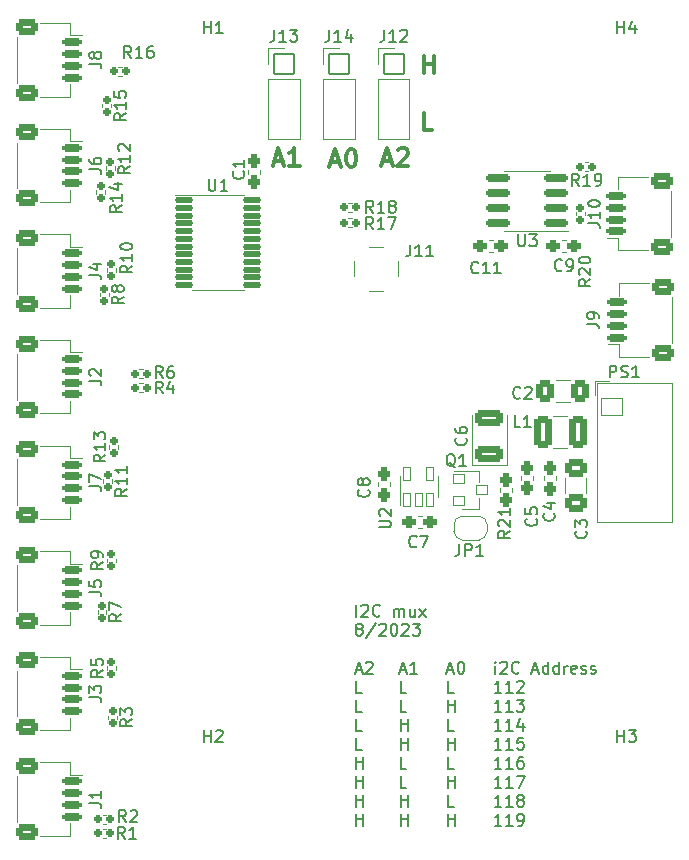
<source format=gbr>
%TF.GenerationSoftware,KiCad,Pcbnew,7.0.9*%
%TF.CreationDate,2024-10-15T17:16:27-06:00*%
%TF.ProjectId,i2c_mux,6932635f-6d75-4782-9e6b-696361645f70,rev?*%
%TF.SameCoordinates,Original*%
%TF.FileFunction,Legend,Top*%
%TF.FilePolarity,Positive*%
%FSLAX46Y46*%
G04 Gerber Fmt 4.6, Leading zero omitted, Abs format (unit mm)*
G04 Created by KiCad (PCBNEW 7.0.9) date 2024-10-15 17:16:27*
%MOMM*%
%LPD*%
G01*
G04 APERTURE LIST*
G04 Aperture macros list*
%AMRoundRect*
0 Rectangle with rounded corners*
0 $1 Rounding radius*
0 $2 $3 $4 $5 $6 $7 $8 $9 X,Y pos of 4 corners*
0 Add a 4 corners polygon primitive as box body*
4,1,4,$2,$3,$4,$5,$6,$7,$8,$9,$2,$3,0*
0 Add four circle primitives for the rounded corners*
1,1,$1+$1,$2,$3*
1,1,$1+$1,$4,$5*
1,1,$1+$1,$6,$7*
1,1,$1+$1,$8,$9*
0 Add four rect primitives between the rounded corners*
20,1,$1+$1,$2,$3,$4,$5,0*
20,1,$1+$1,$4,$5,$6,$7,0*
20,1,$1+$1,$6,$7,$8,$9,0*
20,1,$1+$1,$8,$9,$2,$3,0*%
%AMFreePoly0*
4,1,35,0.536062,0.786062,0.551000,0.750000,0.551000,-0.750000,0.536062,-0.786062,0.500000,-0.801000,0.000000,-0.801000,-0.012285,-0.795911,-0.071157,-0.795911,-0.085525,-0.793845,-0.222076,-0.753750,-0.235281,-0.747720,-0.355003,-0.670779,-0.365973,-0.661273,-0.459170,-0.553718,-0.467018,-0.541506,-0.526137,-0.412052,-0.530227,-0.398124,-0.550481,-0.257258,-0.551000,-0.250000,-0.551000,0.250000,
-0.550481,0.257258,-0.530227,0.398124,-0.526137,0.412052,-0.467018,0.541506,-0.459170,0.553718,-0.365973,0.661273,-0.355003,0.670779,-0.235281,0.747720,-0.222076,0.753750,-0.085525,0.793845,-0.071157,0.795911,-0.012285,0.795911,0.000000,0.801000,0.500000,0.801000,0.536062,0.786062,0.536062,0.786062,$1*%
%AMFreePoly1*
4,1,35,0.012285,0.795911,0.071157,0.795911,0.085525,0.793845,0.222076,0.753750,0.235281,0.747720,0.355003,0.670779,0.365973,0.661273,0.459170,0.553718,0.467018,0.541506,0.526137,0.412052,0.530227,0.398124,0.550481,0.257258,0.551000,0.250000,0.551000,-0.250000,0.550481,-0.257258,0.530227,-0.398124,0.526137,-0.412052,0.467018,-0.541506,0.459170,-0.553718,0.365973,-0.661273,
0.355003,-0.670779,0.235281,-0.747720,0.222076,-0.753750,0.085525,-0.793845,0.071157,-0.795911,0.012285,-0.795911,0.000000,-0.801000,-0.500000,-0.801000,-0.536062,-0.786062,-0.551000,-0.750000,-0.551000,0.750000,-0.536062,0.786062,-0.500000,0.801000,0.000000,0.801000,0.012285,0.795911,0.012285,0.795911,$1*%
G04 Aperture macros list end*
%ADD10C,0.300000*%
%ADD11C,0.150000*%
%ADD12C,0.120000*%
%ADD13RoundRect,0.288500X-0.237500X0.287500X-0.237500X-0.287500X0.237500X-0.287500X0.237500X0.287500X0*%
%ADD14RoundRect,0.201000X-0.625000X0.150000X-0.625000X-0.150000X0.625000X-0.150000X0.625000X0.150000X0*%
%ADD15RoundRect,0.301000X-0.650000X0.350000X-0.650000X-0.350000X0.650000X-0.350000X0.650000X0.350000X0*%
%ADD16RoundRect,0.201000X0.625000X-0.150000X0.625000X0.150000X-0.625000X0.150000X-0.625000X-0.150000X0*%
%ADD17RoundRect,0.301000X0.650000X-0.350000X0.650000X0.350000X-0.650000X0.350000X-0.650000X-0.350000X0*%
%ADD18RoundRect,0.301001X-0.462499X-0.624999X0.462499X-0.624999X0.462499X0.624999X-0.462499X0.624999X0*%
%ADD19RoundRect,0.301001X0.624999X-0.462499X0.624999X0.462499X-0.624999X0.462499X-0.624999X-0.462499X0*%
%ADD20RoundRect,0.301000X0.925000X-0.412500X0.925000X0.412500X-0.925000X0.412500X-0.925000X-0.412500X0*%
%ADD21C,1.342000*%
%ADD22FreePoly0,180.000000*%
%ADD23FreePoly1,180.000000*%
%ADD24RoundRect,0.301001X0.462499X1.074999X-0.462499X1.074999X-0.462499X-1.074999X0.462499X-1.074999X0*%
%ADD25RoundRect,0.051000X-0.900000X0.700000X-0.900000X-0.700000X0.900000X-0.700000X0.900000X0.700000X0*%
%ADD26O,1.902000X1.502000*%
%ADD27RoundRect,0.051000X-0.450000X-0.400000X0.450000X-0.400000X0.450000X0.400000X-0.450000X0.400000X0*%
%ADD28RoundRect,0.288500X0.237500X-0.287500X0.237500X0.287500X-0.237500X0.287500X-0.237500X-0.287500X0*%
%ADD29RoundRect,0.051000X0.325000X-0.530000X0.325000X0.530000X-0.325000X0.530000X-0.325000X-0.530000X0*%
%ADD30RoundRect,0.288500X0.287500X0.237500X-0.287500X0.237500X-0.287500X-0.237500X0.287500X-0.237500X0*%
%ADD31RoundRect,0.288500X-0.287500X-0.237500X0.287500X-0.237500X0.287500X0.237500X-0.287500X0.237500X0*%
%ADD32C,5.702000*%
%ADD33RoundRect,0.186000X-0.135000X-0.185000X0.135000X-0.185000X0.135000X0.185000X-0.135000X0.185000X0*%
%ADD34RoundRect,0.186000X0.135000X0.185000X-0.135000X0.185000X-0.135000X-0.185000X0.135000X-0.185000X0*%
%ADD35RoundRect,0.186000X-0.185000X0.135000X-0.185000X-0.135000X0.185000X-0.135000X0.185000X0.135000X0*%
%ADD36RoundRect,0.186000X0.185000X-0.135000X0.185000X0.135000X-0.185000X0.135000X-0.185000X-0.135000X0*%
%ADD37RoundRect,0.201000X0.825000X0.150000X-0.825000X0.150000X-0.825000X-0.150000X0.825000X-0.150000X0*%
%ADD38RoundRect,0.051000X-0.850000X-0.850000X0.850000X-0.850000X0.850000X0.850000X-0.850000X0.850000X0*%
%ADD39O,1.802000X1.802000*%
%ADD40RoundRect,0.151000X-0.637500X-0.100000X0.637500X-0.100000X0.637500X0.100000X-0.637500X0.100000X0*%
G04 APERTURE END LIST*
D10*
X110183082Y-72472257D02*
X110897368Y-72472257D01*
X110040225Y-72900828D02*
X110540225Y-71400828D01*
X110540225Y-71400828D02*
X111040225Y-72900828D01*
X112325939Y-72900828D02*
X111468796Y-72900828D01*
X111897367Y-72900828D02*
X111897367Y-71400828D01*
X111897367Y-71400828D02*
X111754510Y-71615114D01*
X111754510Y-71615114D02*
X111611653Y-71757971D01*
X111611653Y-71757971D02*
X111468796Y-71829400D01*
X119383082Y-72472257D02*
X120097368Y-72472257D01*
X119240225Y-72900828D02*
X119740225Y-71400828D01*
X119740225Y-71400828D02*
X120240225Y-72900828D01*
X120668796Y-71543685D02*
X120740224Y-71472257D01*
X120740224Y-71472257D02*
X120883082Y-71400828D01*
X120883082Y-71400828D02*
X121240224Y-71400828D01*
X121240224Y-71400828D02*
X121383082Y-71472257D01*
X121383082Y-71472257D02*
X121454510Y-71543685D01*
X121454510Y-71543685D02*
X121525939Y-71686542D01*
X121525939Y-71686542D02*
X121525939Y-71829400D01*
X121525939Y-71829400D02*
X121454510Y-72043685D01*
X121454510Y-72043685D02*
X120597367Y-72900828D01*
X120597367Y-72900828D02*
X121525939Y-72900828D01*
D11*
X117136779Y-111049819D02*
X117136779Y-110049819D01*
X117565350Y-110145057D02*
X117612969Y-110097438D01*
X117612969Y-110097438D02*
X117708207Y-110049819D01*
X117708207Y-110049819D02*
X117946302Y-110049819D01*
X117946302Y-110049819D02*
X118041540Y-110097438D01*
X118041540Y-110097438D02*
X118089159Y-110145057D01*
X118089159Y-110145057D02*
X118136778Y-110240295D01*
X118136778Y-110240295D02*
X118136778Y-110335533D01*
X118136778Y-110335533D02*
X118089159Y-110478390D01*
X118089159Y-110478390D02*
X117517731Y-111049819D01*
X117517731Y-111049819D02*
X118136778Y-111049819D01*
X119136778Y-110954580D02*
X119089159Y-111002200D01*
X119089159Y-111002200D02*
X118946302Y-111049819D01*
X118946302Y-111049819D02*
X118851064Y-111049819D01*
X118851064Y-111049819D02*
X118708207Y-111002200D01*
X118708207Y-111002200D02*
X118612969Y-110906961D01*
X118612969Y-110906961D02*
X118565350Y-110811723D01*
X118565350Y-110811723D02*
X118517731Y-110621247D01*
X118517731Y-110621247D02*
X118517731Y-110478390D01*
X118517731Y-110478390D02*
X118565350Y-110287914D01*
X118565350Y-110287914D02*
X118612969Y-110192676D01*
X118612969Y-110192676D02*
X118708207Y-110097438D01*
X118708207Y-110097438D02*
X118851064Y-110049819D01*
X118851064Y-110049819D02*
X118946302Y-110049819D01*
X118946302Y-110049819D02*
X119089159Y-110097438D01*
X119089159Y-110097438D02*
X119136778Y-110145057D01*
X120327255Y-111049819D02*
X120327255Y-110383152D01*
X120327255Y-110478390D02*
X120374874Y-110430771D01*
X120374874Y-110430771D02*
X120470112Y-110383152D01*
X120470112Y-110383152D02*
X120612969Y-110383152D01*
X120612969Y-110383152D02*
X120708207Y-110430771D01*
X120708207Y-110430771D02*
X120755826Y-110526009D01*
X120755826Y-110526009D02*
X120755826Y-111049819D01*
X120755826Y-110526009D02*
X120803445Y-110430771D01*
X120803445Y-110430771D02*
X120898683Y-110383152D01*
X120898683Y-110383152D02*
X121041540Y-110383152D01*
X121041540Y-110383152D02*
X121136779Y-110430771D01*
X121136779Y-110430771D02*
X121184398Y-110526009D01*
X121184398Y-110526009D02*
X121184398Y-111049819D01*
X122089159Y-110383152D02*
X122089159Y-111049819D01*
X121660588Y-110383152D02*
X121660588Y-110906961D01*
X121660588Y-110906961D02*
X121708207Y-111002200D01*
X121708207Y-111002200D02*
X121803445Y-111049819D01*
X121803445Y-111049819D02*
X121946302Y-111049819D01*
X121946302Y-111049819D02*
X122041540Y-111002200D01*
X122041540Y-111002200D02*
X122089159Y-110954580D01*
X122470112Y-111049819D02*
X122993921Y-110383152D01*
X122470112Y-110383152D02*
X122993921Y-111049819D01*
X117279636Y-112088390D02*
X117184398Y-112040771D01*
X117184398Y-112040771D02*
X117136779Y-111993152D01*
X117136779Y-111993152D02*
X117089160Y-111897914D01*
X117089160Y-111897914D02*
X117089160Y-111850295D01*
X117089160Y-111850295D02*
X117136779Y-111755057D01*
X117136779Y-111755057D02*
X117184398Y-111707438D01*
X117184398Y-111707438D02*
X117279636Y-111659819D01*
X117279636Y-111659819D02*
X117470112Y-111659819D01*
X117470112Y-111659819D02*
X117565350Y-111707438D01*
X117565350Y-111707438D02*
X117612969Y-111755057D01*
X117612969Y-111755057D02*
X117660588Y-111850295D01*
X117660588Y-111850295D02*
X117660588Y-111897914D01*
X117660588Y-111897914D02*
X117612969Y-111993152D01*
X117612969Y-111993152D02*
X117565350Y-112040771D01*
X117565350Y-112040771D02*
X117470112Y-112088390D01*
X117470112Y-112088390D02*
X117279636Y-112088390D01*
X117279636Y-112088390D02*
X117184398Y-112136009D01*
X117184398Y-112136009D02*
X117136779Y-112183628D01*
X117136779Y-112183628D02*
X117089160Y-112278866D01*
X117089160Y-112278866D02*
X117089160Y-112469342D01*
X117089160Y-112469342D02*
X117136779Y-112564580D01*
X117136779Y-112564580D02*
X117184398Y-112612200D01*
X117184398Y-112612200D02*
X117279636Y-112659819D01*
X117279636Y-112659819D02*
X117470112Y-112659819D01*
X117470112Y-112659819D02*
X117565350Y-112612200D01*
X117565350Y-112612200D02*
X117612969Y-112564580D01*
X117612969Y-112564580D02*
X117660588Y-112469342D01*
X117660588Y-112469342D02*
X117660588Y-112278866D01*
X117660588Y-112278866D02*
X117612969Y-112183628D01*
X117612969Y-112183628D02*
X117565350Y-112136009D01*
X117565350Y-112136009D02*
X117470112Y-112088390D01*
X118803445Y-111612200D02*
X117946303Y-112897914D01*
X119089160Y-111755057D02*
X119136779Y-111707438D01*
X119136779Y-111707438D02*
X119232017Y-111659819D01*
X119232017Y-111659819D02*
X119470112Y-111659819D01*
X119470112Y-111659819D02*
X119565350Y-111707438D01*
X119565350Y-111707438D02*
X119612969Y-111755057D01*
X119612969Y-111755057D02*
X119660588Y-111850295D01*
X119660588Y-111850295D02*
X119660588Y-111945533D01*
X119660588Y-111945533D02*
X119612969Y-112088390D01*
X119612969Y-112088390D02*
X119041541Y-112659819D01*
X119041541Y-112659819D02*
X119660588Y-112659819D01*
X120279636Y-111659819D02*
X120374874Y-111659819D01*
X120374874Y-111659819D02*
X120470112Y-111707438D01*
X120470112Y-111707438D02*
X120517731Y-111755057D01*
X120517731Y-111755057D02*
X120565350Y-111850295D01*
X120565350Y-111850295D02*
X120612969Y-112040771D01*
X120612969Y-112040771D02*
X120612969Y-112278866D01*
X120612969Y-112278866D02*
X120565350Y-112469342D01*
X120565350Y-112469342D02*
X120517731Y-112564580D01*
X120517731Y-112564580D02*
X120470112Y-112612200D01*
X120470112Y-112612200D02*
X120374874Y-112659819D01*
X120374874Y-112659819D02*
X120279636Y-112659819D01*
X120279636Y-112659819D02*
X120184398Y-112612200D01*
X120184398Y-112612200D02*
X120136779Y-112564580D01*
X120136779Y-112564580D02*
X120089160Y-112469342D01*
X120089160Y-112469342D02*
X120041541Y-112278866D01*
X120041541Y-112278866D02*
X120041541Y-112040771D01*
X120041541Y-112040771D02*
X120089160Y-111850295D01*
X120089160Y-111850295D02*
X120136779Y-111755057D01*
X120136779Y-111755057D02*
X120184398Y-111707438D01*
X120184398Y-111707438D02*
X120279636Y-111659819D01*
X120993922Y-111755057D02*
X121041541Y-111707438D01*
X121041541Y-111707438D02*
X121136779Y-111659819D01*
X121136779Y-111659819D02*
X121374874Y-111659819D01*
X121374874Y-111659819D02*
X121470112Y-111707438D01*
X121470112Y-111707438D02*
X121517731Y-111755057D01*
X121517731Y-111755057D02*
X121565350Y-111850295D01*
X121565350Y-111850295D02*
X121565350Y-111945533D01*
X121565350Y-111945533D02*
X121517731Y-112088390D01*
X121517731Y-112088390D02*
X120946303Y-112659819D01*
X120946303Y-112659819D02*
X121565350Y-112659819D01*
X121898684Y-111659819D02*
X122517731Y-111659819D01*
X122517731Y-111659819D02*
X122184398Y-112040771D01*
X122184398Y-112040771D02*
X122327255Y-112040771D01*
X122327255Y-112040771D02*
X122422493Y-112088390D01*
X122422493Y-112088390D02*
X122470112Y-112136009D01*
X122470112Y-112136009D02*
X122517731Y-112231247D01*
X122517731Y-112231247D02*
X122517731Y-112469342D01*
X122517731Y-112469342D02*
X122470112Y-112564580D01*
X122470112Y-112564580D02*
X122422493Y-112612200D01*
X122422493Y-112612200D02*
X122327255Y-112659819D01*
X122327255Y-112659819D02*
X122041541Y-112659819D01*
X122041541Y-112659819D02*
X121946303Y-112612200D01*
X121946303Y-112612200D02*
X121898684Y-112564580D01*
X117089160Y-115594104D02*
X117565350Y-115594104D01*
X116993922Y-115879819D02*
X117327255Y-114879819D01*
X117327255Y-114879819D02*
X117660588Y-115879819D01*
X117946303Y-114975057D02*
X117993922Y-114927438D01*
X117993922Y-114927438D02*
X118089160Y-114879819D01*
X118089160Y-114879819D02*
X118327255Y-114879819D01*
X118327255Y-114879819D02*
X118422493Y-114927438D01*
X118422493Y-114927438D02*
X118470112Y-114975057D01*
X118470112Y-114975057D02*
X118517731Y-115070295D01*
X118517731Y-115070295D02*
X118517731Y-115165533D01*
X118517731Y-115165533D02*
X118470112Y-115308390D01*
X118470112Y-115308390D02*
X117898684Y-115879819D01*
X117898684Y-115879819D02*
X118517731Y-115879819D01*
X120851064Y-115594104D02*
X121327254Y-115594104D01*
X120755826Y-115879819D02*
X121089159Y-114879819D01*
X121089159Y-114879819D02*
X121422492Y-115879819D01*
X122279635Y-115879819D02*
X121708207Y-115879819D01*
X121993921Y-115879819D02*
X121993921Y-114879819D01*
X121993921Y-114879819D02*
X121898683Y-115022676D01*
X121898683Y-115022676D02*
X121803445Y-115117914D01*
X121803445Y-115117914D02*
X121708207Y-115165533D01*
X124851064Y-115594104D02*
X125327254Y-115594104D01*
X124755826Y-115879819D02*
X125089159Y-114879819D01*
X125089159Y-114879819D02*
X125422492Y-115879819D01*
X125946302Y-114879819D02*
X126041540Y-114879819D01*
X126041540Y-114879819D02*
X126136778Y-114927438D01*
X126136778Y-114927438D02*
X126184397Y-114975057D01*
X126184397Y-114975057D02*
X126232016Y-115070295D01*
X126232016Y-115070295D02*
X126279635Y-115260771D01*
X126279635Y-115260771D02*
X126279635Y-115498866D01*
X126279635Y-115498866D02*
X126232016Y-115689342D01*
X126232016Y-115689342D02*
X126184397Y-115784580D01*
X126184397Y-115784580D02*
X126136778Y-115832200D01*
X126136778Y-115832200D02*
X126041540Y-115879819D01*
X126041540Y-115879819D02*
X125946302Y-115879819D01*
X125946302Y-115879819D02*
X125851064Y-115832200D01*
X125851064Y-115832200D02*
X125803445Y-115784580D01*
X125803445Y-115784580D02*
X125755826Y-115689342D01*
X125755826Y-115689342D02*
X125708207Y-115498866D01*
X125708207Y-115498866D02*
X125708207Y-115260771D01*
X125708207Y-115260771D02*
X125755826Y-115070295D01*
X125755826Y-115070295D02*
X125803445Y-114975057D01*
X125803445Y-114975057D02*
X125851064Y-114927438D01*
X125851064Y-114927438D02*
X125946302Y-114879819D01*
X128898683Y-115879819D02*
X128898683Y-115213152D01*
X128898683Y-114879819D02*
X128851064Y-114927438D01*
X128851064Y-114927438D02*
X128898683Y-114975057D01*
X128898683Y-114975057D02*
X128946302Y-114927438D01*
X128946302Y-114927438D02*
X128898683Y-114879819D01*
X128898683Y-114879819D02*
X128898683Y-114975057D01*
X129327254Y-114975057D02*
X129374873Y-114927438D01*
X129374873Y-114927438D02*
X129470111Y-114879819D01*
X129470111Y-114879819D02*
X129708206Y-114879819D01*
X129708206Y-114879819D02*
X129803444Y-114927438D01*
X129803444Y-114927438D02*
X129851063Y-114975057D01*
X129851063Y-114975057D02*
X129898682Y-115070295D01*
X129898682Y-115070295D02*
X129898682Y-115165533D01*
X129898682Y-115165533D02*
X129851063Y-115308390D01*
X129851063Y-115308390D02*
X129279635Y-115879819D01*
X129279635Y-115879819D02*
X129898682Y-115879819D01*
X130898682Y-115784580D02*
X130851063Y-115832200D01*
X130851063Y-115832200D02*
X130708206Y-115879819D01*
X130708206Y-115879819D02*
X130612968Y-115879819D01*
X130612968Y-115879819D02*
X130470111Y-115832200D01*
X130470111Y-115832200D02*
X130374873Y-115736961D01*
X130374873Y-115736961D02*
X130327254Y-115641723D01*
X130327254Y-115641723D02*
X130279635Y-115451247D01*
X130279635Y-115451247D02*
X130279635Y-115308390D01*
X130279635Y-115308390D02*
X130327254Y-115117914D01*
X130327254Y-115117914D02*
X130374873Y-115022676D01*
X130374873Y-115022676D02*
X130470111Y-114927438D01*
X130470111Y-114927438D02*
X130612968Y-114879819D01*
X130612968Y-114879819D02*
X130708206Y-114879819D01*
X130708206Y-114879819D02*
X130851063Y-114927438D01*
X130851063Y-114927438D02*
X130898682Y-114975057D01*
X132041540Y-115594104D02*
X132517730Y-115594104D01*
X131946302Y-115879819D02*
X132279635Y-114879819D01*
X132279635Y-114879819D02*
X132612968Y-115879819D01*
X133374873Y-115879819D02*
X133374873Y-114879819D01*
X133374873Y-115832200D02*
X133279635Y-115879819D01*
X133279635Y-115879819D02*
X133089159Y-115879819D01*
X133089159Y-115879819D02*
X132993921Y-115832200D01*
X132993921Y-115832200D02*
X132946302Y-115784580D01*
X132946302Y-115784580D02*
X132898683Y-115689342D01*
X132898683Y-115689342D02*
X132898683Y-115403628D01*
X132898683Y-115403628D02*
X132946302Y-115308390D01*
X132946302Y-115308390D02*
X132993921Y-115260771D01*
X132993921Y-115260771D02*
X133089159Y-115213152D01*
X133089159Y-115213152D02*
X133279635Y-115213152D01*
X133279635Y-115213152D02*
X133374873Y-115260771D01*
X134279635Y-115879819D02*
X134279635Y-114879819D01*
X134279635Y-115832200D02*
X134184397Y-115879819D01*
X134184397Y-115879819D02*
X133993921Y-115879819D01*
X133993921Y-115879819D02*
X133898683Y-115832200D01*
X133898683Y-115832200D02*
X133851064Y-115784580D01*
X133851064Y-115784580D02*
X133803445Y-115689342D01*
X133803445Y-115689342D02*
X133803445Y-115403628D01*
X133803445Y-115403628D02*
X133851064Y-115308390D01*
X133851064Y-115308390D02*
X133898683Y-115260771D01*
X133898683Y-115260771D02*
X133993921Y-115213152D01*
X133993921Y-115213152D02*
X134184397Y-115213152D01*
X134184397Y-115213152D02*
X134279635Y-115260771D01*
X134755826Y-115879819D02*
X134755826Y-115213152D01*
X134755826Y-115403628D02*
X134803445Y-115308390D01*
X134803445Y-115308390D02*
X134851064Y-115260771D01*
X134851064Y-115260771D02*
X134946302Y-115213152D01*
X134946302Y-115213152D02*
X135041540Y-115213152D01*
X135755826Y-115832200D02*
X135660588Y-115879819D01*
X135660588Y-115879819D02*
X135470112Y-115879819D01*
X135470112Y-115879819D02*
X135374874Y-115832200D01*
X135374874Y-115832200D02*
X135327255Y-115736961D01*
X135327255Y-115736961D02*
X135327255Y-115356009D01*
X135327255Y-115356009D02*
X135374874Y-115260771D01*
X135374874Y-115260771D02*
X135470112Y-115213152D01*
X135470112Y-115213152D02*
X135660588Y-115213152D01*
X135660588Y-115213152D02*
X135755826Y-115260771D01*
X135755826Y-115260771D02*
X135803445Y-115356009D01*
X135803445Y-115356009D02*
X135803445Y-115451247D01*
X135803445Y-115451247D02*
X135327255Y-115546485D01*
X136184398Y-115832200D02*
X136279636Y-115879819D01*
X136279636Y-115879819D02*
X136470112Y-115879819D01*
X136470112Y-115879819D02*
X136565350Y-115832200D01*
X136565350Y-115832200D02*
X136612969Y-115736961D01*
X136612969Y-115736961D02*
X136612969Y-115689342D01*
X136612969Y-115689342D02*
X136565350Y-115594104D01*
X136565350Y-115594104D02*
X136470112Y-115546485D01*
X136470112Y-115546485D02*
X136327255Y-115546485D01*
X136327255Y-115546485D02*
X136232017Y-115498866D01*
X136232017Y-115498866D02*
X136184398Y-115403628D01*
X136184398Y-115403628D02*
X136184398Y-115356009D01*
X136184398Y-115356009D02*
X136232017Y-115260771D01*
X136232017Y-115260771D02*
X136327255Y-115213152D01*
X136327255Y-115213152D02*
X136470112Y-115213152D01*
X136470112Y-115213152D02*
X136565350Y-115260771D01*
X136993922Y-115832200D02*
X137089160Y-115879819D01*
X137089160Y-115879819D02*
X137279636Y-115879819D01*
X137279636Y-115879819D02*
X137374874Y-115832200D01*
X137374874Y-115832200D02*
X137422493Y-115736961D01*
X137422493Y-115736961D02*
X137422493Y-115689342D01*
X137422493Y-115689342D02*
X137374874Y-115594104D01*
X137374874Y-115594104D02*
X137279636Y-115546485D01*
X137279636Y-115546485D02*
X137136779Y-115546485D01*
X137136779Y-115546485D02*
X137041541Y-115498866D01*
X137041541Y-115498866D02*
X136993922Y-115403628D01*
X136993922Y-115403628D02*
X136993922Y-115356009D01*
X136993922Y-115356009D02*
X137041541Y-115260771D01*
X137041541Y-115260771D02*
X137136779Y-115213152D01*
X137136779Y-115213152D02*
X137279636Y-115213152D01*
X137279636Y-115213152D02*
X137374874Y-115260771D01*
X117612969Y-117489819D02*
X117136779Y-117489819D01*
X117136779Y-117489819D02*
X117136779Y-116489819D01*
X121374873Y-117489819D02*
X120898683Y-117489819D01*
X120898683Y-117489819D02*
X120898683Y-116489819D01*
X125374873Y-117489819D02*
X124898683Y-117489819D01*
X124898683Y-117489819D02*
X124898683Y-116489819D01*
X129422492Y-117489819D02*
X128851064Y-117489819D01*
X129136778Y-117489819D02*
X129136778Y-116489819D01*
X129136778Y-116489819D02*
X129041540Y-116632676D01*
X129041540Y-116632676D02*
X128946302Y-116727914D01*
X128946302Y-116727914D02*
X128851064Y-116775533D01*
X130374873Y-117489819D02*
X129803445Y-117489819D01*
X130089159Y-117489819D02*
X130089159Y-116489819D01*
X130089159Y-116489819D02*
X129993921Y-116632676D01*
X129993921Y-116632676D02*
X129898683Y-116727914D01*
X129898683Y-116727914D02*
X129803445Y-116775533D01*
X130755826Y-116585057D02*
X130803445Y-116537438D01*
X130803445Y-116537438D02*
X130898683Y-116489819D01*
X130898683Y-116489819D02*
X131136778Y-116489819D01*
X131136778Y-116489819D02*
X131232016Y-116537438D01*
X131232016Y-116537438D02*
X131279635Y-116585057D01*
X131279635Y-116585057D02*
X131327254Y-116680295D01*
X131327254Y-116680295D02*
X131327254Y-116775533D01*
X131327254Y-116775533D02*
X131279635Y-116918390D01*
X131279635Y-116918390D02*
X130708207Y-117489819D01*
X130708207Y-117489819D02*
X131327254Y-117489819D01*
X117612969Y-119099819D02*
X117136779Y-119099819D01*
X117136779Y-119099819D02*
X117136779Y-118099819D01*
X121374873Y-119099819D02*
X120898683Y-119099819D01*
X120898683Y-119099819D02*
X120898683Y-118099819D01*
X124898683Y-119099819D02*
X124898683Y-118099819D01*
X124898683Y-118576009D02*
X125470111Y-118576009D01*
X125470111Y-119099819D02*
X125470111Y-118099819D01*
X129422492Y-119099819D02*
X128851064Y-119099819D01*
X129136778Y-119099819D02*
X129136778Y-118099819D01*
X129136778Y-118099819D02*
X129041540Y-118242676D01*
X129041540Y-118242676D02*
X128946302Y-118337914D01*
X128946302Y-118337914D02*
X128851064Y-118385533D01*
X130374873Y-119099819D02*
X129803445Y-119099819D01*
X130089159Y-119099819D02*
X130089159Y-118099819D01*
X130089159Y-118099819D02*
X129993921Y-118242676D01*
X129993921Y-118242676D02*
X129898683Y-118337914D01*
X129898683Y-118337914D02*
X129803445Y-118385533D01*
X130708207Y-118099819D02*
X131327254Y-118099819D01*
X131327254Y-118099819D02*
X130993921Y-118480771D01*
X130993921Y-118480771D02*
X131136778Y-118480771D01*
X131136778Y-118480771D02*
X131232016Y-118528390D01*
X131232016Y-118528390D02*
X131279635Y-118576009D01*
X131279635Y-118576009D02*
X131327254Y-118671247D01*
X131327254Y-118671247D02*
X131327254Y-118909342D01*
X131327254Y-118909342D02*
X131279635Y-119004580D01*
X131279635Y-119004580D02*
X131232016Y-119052200D01*
X131232016Y-119052200D02*
X131136778Y-119099819D01*
X131136778Y-119099819D02*
X130851064Y-119099819D01*
X130851064Y-119099819D02*
X130755826Y-119052200D01*
X130755826Y-119052200D02*
X130708207Y-119004580D01*
X117612969Y-120709819D02*
X117136779Y-120709819D01*
X117136779Y-120709819D02*
X117136779Y-119709819D01*
X120898683Y-120709819D02*
X120898683Y-119709819D01*
X120898683Y-120186009D02*
X121470111Y-120186009D01*
X121470111Y-120709819D02*
X121470111Y-119709819D01*
X125374873Y-120709819D02*
X124898683Y-120709819D01*
X124898683Y-120709819D02*
X124898683Y-119709819D01*
X129422492Y-120709819D02*
X128851064Y-120709819D01*
X129136778Y-120709819D02*
X129136778Y-119709819D01*
X129136778Y-119709819D02*
X129041540Y-119852676D01*
X129041540Y-119852676D02*
X128946302Y-119947914D01*
X128946302Y-119947914D02*
X128851064Y-119995533D01*
X130374873Y-120709819D02*
X129803445Y-120709819D01*
X130089159Y-120709819D02*
X130089159Y-119709819D01*
X130089159Y-119709819D02*
X129993921Y-119852676D01*
X129993921Y-119852676D02*
X129898683Y-119947914D01*
X129898683Y-119947914D02*
X129803445Y-119995533D01*
X131232016Y-120043152D02*
X131232016Y-120709819D01*
X130993921Y-119662200D02*
X130755826Y-120376485D01*
X130755826Y-120376485D02*
X131374873Y-120376485D01*
X117612969Y-122319819D02*
X117136779Y-122319819D01*
X117136779Y-122319819D02*
X117136779Y-121319819D01*
X120898683Y-122319819D02*
X120898683Y-121319819D01*
X120898683Y-121796009D02*
X121470111Y-121796009D01*
X121470111Y-122319819D02*
X121470111Y-121319819D01*
X124898683Y-122319819D02*
X124898683Y-121319819D01*
X124898683Y-121796009D02*
X125470111Y-121796009D01*
X125470111Y-122319819D02*
X125470111Y-121319819D01*
X129422492Y-122319819D02*
X128851064Y-122319819D01*
X129136778Y-122319819D02*
X129136778Y-121319819D01*
X129136778Y-121319819D02*
X129041540Y-121462676D01*
X129041540Y-121462676D02*
X128946302Y-121557914D01*
X128946302Y-121557914D02*
X128851064Y-121605533D01*
X130374873Y-122319819D02*
X129803445Y-122319819D01*
X130089159Y-122319819D02*
X130089159Y-121319819D01*
X130089159Y-121319819D02*
X129993921Y-121462676D01*
X129993921Y-121462676D02*
X129898683Y-121557914D01*
X129898683Y-121557914D02*
X129803445Y-121605533D01*
X131279635Y-121319819D02*
X130803445Y-121319819D01*
X130803445Y-121319819D02*
X130755826Y-121796009D01*
X130755826Y-121796009D02*
X130803445Y-121748390D01*
X130803445Y-121748390D02*
X130898683Y-121700771D01*
X130898683Y-121700771D02*
X131136778Y-121700771D01*
X131136778Y-121700771D02*
X131232016Y-121748390D01*
X131232016Y-121748390D02*
X131279635Y-121796009D01*
X131279635Y-121796009D02*
X131327254Y-121891247D01*
X131327254Y-121891247D02*
X131327254Y-122129342D01*
X131327254Y-122129342D02*
X131279635Y-122224580D01*
X131279635Y-122224580D02*
X131232016Y-122272200D01*
X131232016Y-122272200D02*
X131136778Y-122319819D01*
X131136778Y-122319819D02*
X130898683Y-122319819D01*
X130898683Y-122319819D02*
X130803445Y-122272200D01*
X130803445Y-122272200D02*
X130755826Y-122224580D01*
X117136779Y-123929819D02*
X117136779Y-122929819D01*
X117136779Y-123406009D02*
X117708207Y-123406009D01*
X117708207Y-123929819D02*
X117708207Y-122929819D01*
X121374873Y-123929819D02*
X120898683Y-123929819D01*
X120898683Y-123929819D02*
X120898683Y-122929819D01*
X125374873Y-123929819D02*
X124898683Y-123929819D01*
X124898683Y-123929819D02*
X124898683Y-122929819D01*
X129422492Y-123929819D02*
X128851064Y-123929819D01*
X129136778Y-123929819D02*
X129136778Y-122929819D01*
X129136778Y-122929819D02*
X129041540Y-123072676D01*
X129041540Y-123072676D02*
X128946302Y-123167914D01*
X128946302Y-123167914D02*
X128851064Y-123215533D01*
X130374873Y-123929819D02*
X129803445Y-123929819D01*
X130089159Y-123929819D02*
X130089159Y-122929819D01*
X130089159Y-122929819D02*
X129993921Y-123072676D01*
X129993921Y-123072676D02*
X129898683Y-123167914D01*
X129898683Y-123167914D02*
X129803445Y-123215533D01*
X131232016Y-122929819D02*
X131041540Y-122929819D01*
X131041540Y-122929819D02*
X130946302Y-122977438D01*
X130946302Y-122977438D02*
X130898683Y-123025057D01*
X130898683Y-123025057D02*
X130803445Y-123167914D01*
X130803445Y-123167914D02*
X130755826Y-123358390D01*
X130755826Y-123358390D02*
X130755826Y-123739342D01*
X130755826Y-123739342D02*
X130803445Y-123834580D01*
X130803445Y-123834580D02*
X130851064Y-123882200D01*
X130851064Y-123882200D02*
X130946302Y-123929819D01*
X130946302Y-123929819D02*
X131136778Y-123929819D01*
X131136778Y-123929819D02*
X131232016Y-123882200D01*
X131232016Y-123882200D02*
X131279635Y-123834580D01*
X131279635Y-123834580D02*
X131327254Y-123739342D01*
X131327254Y-123739342D02*
X131327254Y-123501247D01*
X131327254Y-123501247D02*
X131279635Y-123406009D01*
X131279635Y-123406009D02*
X131232016Y-123358390D01*
X131232016Y-123358390D02*
X131136778Y-123310771D01*
X131136778Y-123310771D02*
X130946302Y-123310771D01*
X130946302Y-123310771D02*
X130851064Y-123358390D01*
X130851064Y-123358390D02*
X130803445Y-123406009D01*
X130803445Y-123406009D02*
X130755826Y-123501247D01*
X117136779Y-125539819D02*
X117136779Y-124539819D01*
X117136779Y-125016009D02*
X117708207Y-125016009D01*
X117708207Y-125539819D02*
X117708207Y-124539819D01*
X121374873Y-125539819D02*
X120898683Y-125539819D01*
X120898683Y-125539819D02*
X120898683Y-124539819D01*
X124898683Y-125539819D02*
X124898683Y-124539819D01*
X124898683Y-125016009D02*
X125470111Y-125016009D01*
X125470111Y-125539819D02*
X125470111Y-124539819D01*
X129422492Y-125539819D02*
X128851064Y-125539819D01*
X129136778Y-125539819D02*
X129136778Y-124539819D01*
X129136778Y-124539819D02*
X129041540Y-124682676D01*
X129041540Y-124682676D02*
X128946302Y-124777914D01*
X128946302Y-124777914D02*
X128851064Y-124825533D01*
X130374873Y-125539819D02*
X129803445Y-125539819D01*
X130089159Y-125539819D02*
X130089159Y-124539819D01*
X130089159Y-124539819D02*
X129993921Y-124682676D01*
X129993921Y-124682676D02*
X129898683Y-124777914D01*
X129898683Y-124777914D02*
X129803445Y-124825533D01*
X130708207Y-124539819D02*
X131374873Y-124539819D01*
X131374873Y-124539819D02*
X130946302Y-125539819D01*
X117136779Y-127149819D02*
X117136779Y-126149819D01*
X117136779Y-126626009D02*
X117708207Y-126626009D01*
X117708207Y-127149819D02*
X117708207Y-126149819D01*
X120898683Y-127149819D02*
X120898683Y-126149819D01*
X120898683Y-126626009D02*
X121470111Y-126626009D01*
X121470111Y-127149819D02*
X121470111Y-126149819D01*
X125374873Y-127149819D02*
X124898683Y-127149819D01*
X124898683Y-127149819D02*
X124898683Y-126149819D01*
X129422492Y-127149819D02*
X128851064Y-127149819D01*
X129136778Y-127149819D02*
X129136778Y-126149819D01*
X129136778Y-126149819D02*
X129041540Y-126292676D01*
X129041540Y-126292676D02*
X128946302Y-126387914D01*
X128946302Y-126387914D02*
X128851064Y-126435533D01*
X130374873Y-127149819D02*
X129803445Y-127149819D01*
X130089159Y-127149819D02*
X130089159Y-126149819D01*
X130089159Y-126149819D02*
X129993921Y-126292676D01*
X129993921Y-126292676D02*
X129898683Y-126387914D01*
X129898683Y-126387914D02*
X129803445Y-126435533D01*
X130946302Y-126578390D02*
X130851064Y-126530771D01*
X130851064Y-126530771D02*
X130803445Y-126483152D01*
X130803445Y-126483152D02*
X130755826Y-126387914D01*
X130755826Y-126387914D02*
X130755826Y-126340295D01*
X130755826Y-126340295D02*
X130803445Y-126245057D01*
X130803445Y-126245057D02*
X130851064Y-126197438D01*
X130851064Y-126197438D02*
X130946302Y-126149819D01*
X130946302Y-126149819D02*
X131136778Y-126149819D01*
X131136778Y-126149819D02*
X131232016Y-126197438D01*
X131232016Y-126197438D02*
X131279635Y-126245057D01*
X131279635Y-126245057D02*
X131327254Y-126340295D01*
X131327254Y-126340295D02*
X131327254Y-126387914D01*
X131327254Y-126387914D02*
X131279635Y-126483152D01*
X131279635Y-126483152D02*
X131232016Y-126530771D01*
X131232016Y-126530771D02*
X131136778Y-126578390D01*
X131136778Y-126578390D02*
X130946302Y-126578390D01*
X130946302Y-126578390D02*
X130851064Y-126626009D01*
X130851064Y-126626009D02*
X130803445Y-126673628D01*
X130803445Y-126673628D02*
X130755826Y-126768866D01*
X130755826Y-126768866D02*
X130755826Y-126959342D01*
X130755826Y-126959342D02*
X130803445Y-127054580D01*
X130803445Y-127054580D02*
X130851064Y-127102200D01*
X130851064Y-127102200D02*
X130946302Y-127149819D01*
X130946302Y-127149819D02*
X131136778Y-127149819D01*
X131136778Y-127149819D02*
X131232016Y-127102200D01*
X131232016Y-127102200D02*
X131279635Y-127054580D01*
X131279635Y-127054580D02*
X131327254Y-126959342D01*
X131327254Y-126959342D02*
X131327254Y-126768866D01*
X131327254Y-126768866D02*
X131279635Y-126673628D01*
X131279635Y-126673628D02*
X131232016Y-126626009D01*
X131232016Y-126626009D02*
X131136778Y-126578390D01*
X117136779Y-128759819D02*
X117136779Y-127759819D01*
X117136779Y-128236009D02*
X117708207Y-128236009D01*
X117708207Y-128759819D02*
X117708207Y-127759819D01*
X120898683Y-128759819D02*
X120898683Y-127759819D01*
X120898683Y-128236009D02*
X121470111Y-128236009D01*
X121470111Y-128759819D02*
X121470111Y-127759819D01*
X124898683Y-128759819D02*
X124898683Y-127759819D01*
X124898683Y-128236009D02*
X125470111Y-128236009D01*
X125470111Y-128759819D02*
X125470111Y-127759819D01*
X129422492Y-128759819D02*
X128851064Y-128759819D01*
X129136778Y-128759819D02*
X129136778Y-127759819D01*
X129136778Y-127759819D02*
X129041540Y-127902676D01*
X129041540Y-127902676D02*
X128946302Y-127997914D01*
X128946302Y-127997914D02*
X128851064Y-128045533D01*
X130374873Y-128759819D02*
X129803445Y-128759819D01*
X130089159Y-128759819D02*
X130089159Y-127759819D01*
X130089159Y-127759819D02*
X129993921Y-127902676D01*
X129993921Y-127902676D02*
X129898683Y-127997914D01*
X129898683Y-127997914D02*
X129803445Y-128045533D01*
X130851064Y-128759819D02*
X131041540Y-128759819D01*
X131041540Y-128759819D02*
X131136778Y-128712200D01*
X131136778Y-128712200D02*
X131184397Y-128664580D01*
X131184397Y-128664580D02*
X131279635Y-128521723D01*
X131279635Y-128521723D02*
X131327254Y-128331247D01*
X131327254Y-128331247D02*
X131327254Y-127950295D01*
X131327254Y-127950295D02*
X131279635Y-127855057D01*
X131279635Y-127855057D02*
X131232016Y-127807438D01*
X131232016Y-127807438D02*
X131136778Y-127759819D01*
X131136778Y-127759819D02*
X130946302Y-127759819D01*
X130946302Y-127759819D02*
X130851064Y-127807438D01*
X130851064Y-127807438D02*
X130803445Y-127855057D01*
X130803445Y-127855057D02*
X130755826Y-127950295D01*
X130755826Y-127950295D02*
X130755826Y-128188390D01*
X130755826Y-128188390D02*
X130803445Y-128283628D01*
X130803445Y-128283628D02*
X130851064Y-128331247D01*
X130851064Y-128331247D02*
X130946302Y-128378866D01*
X130946302Y-128378866D02*
X131136778Y-128378866D01*
X131136778Y-128378866D02*
X131232016Y-128331247D01*
X131232016Y-128331247D02*
X131279635Y-128283628D01*
X131279635Y-128283628D02*
X131327254Y-128188390D01*
D10*
X114983082Y-72572257D02*
X115697368Y-72572257D01*
X114840225Y-73000828D02*
X115340225Y-71500828D01*
X115340225Y-71500828D02*
X115840225Y-73000828D01*
X116625939Y-71500828D02*
X116768796Y-71500828D01*
X116768796Y-71500828D02*
X116911653Y-71572257D01*
X116911653Y-71572257D02*
X116983082Y-71643685D01*
X116983082Y-71643685D02*
X117054510Y-71786542D01*
X117054510Y-71786542D02*
X117125939Y-72072257D01*
X117125939Y-72072257D02*
X117125939Y-72429400D01*
X117125939Y-72429400D02*
X117054510Y-72715114D01*
X117054510Y-72715114D02*
X116983082Y-72857971D01*
X116983082Y-72857971D02*
X116911653Y-72929400D01*
X116911653Y-72929400D02*
X116768796Y-73000828D01*
X116768796Y-73000828D02*
X116625939Y-73000828D01*
X116625939Y-73000828D02*
X116483082Y-72929400D01*
X116483082Y-72929400D02*
X116411653Y-72857971D01*
X116411653Y-72857971D02*
X116340224Y-72715114D01*
X116340224Y-72715114D02*
X116268796Y-72429400D01*
X116268796Y-72429400D02*
X116268796Y-72072257D01*
X116268796Y-72072257D02*
X116340224Y-71786542D01*
X116340224Y-71786542D02*
X116411653Y-71643685D01*
X116411653Y-71643685D02*
X116483082Y-71572257D01*
X116483082Y-71572257D02*
X116625939Y-71500828D01*
X122854510Y-65070828D02*
X122854510Y-63570828D01*
X122854510Y-64285114D02*
X123711653Y-64285114D01*
X123711653Y-65070828D02*
X123711653Y-63570828D01*
X123568796Y-69900828D02*
X122854510Y-69900828D01*
X122854510Y-69900828D02*
X122854510Y-68400828D01*
D11*
X107559580Y-73366666D02*
X107607200Y-73414285D01*
X107607200Y-73414285D02*
X107654819Y-73557142D01*
X107654819Y-73557142D02*
X107654819Y-73652380D01*
X107654819Y-73652380D02*
X107607200Y-73795237D01*
X107607200Y-73795237D02*
X107511961Y-73890475D01*
X107511961Y-73890475D02*
X107416723Y-73938094D01*
X107416723Y-73938094D02*
X107226247Y-73985713D01*
X107226247Y-73985713D02*
X107083390Y-73985713D01*
X107083390Y-73985713D02*
X106892914Y-73938094D01*
X106892914Y-73938094D02*
X106797676Y-73890475D01*
X106797676Y-73890475D02*
X106702438Y-73795237D01*
X106702438Y-73795237D02*
X106654819Y-73652380D01*
X106654819Y-73652380D02*
X106654819Y-73557142D01*
X106654819Y-73557142D02*
X106702438Y-73414285D01*
X106702438Y-73414285D02*
X106750057Y-73366666D01*
X107654819Y-72414285D02*
X107654819Y-72985713D01*
X107654819Y-72699999D02*
X106654819Y-72699999D01*
X106654819Y-72699999D02*
X106797676Y-72795237D01*
X106797676Y-72795237D02*
X106892914Y-72890475D01*
X106892914Y-72890475D02*
X106940533Y-72985713D01*
X94534819Y-91076190D02*
X95249104Y-91076190D01*
X95249104Y-91076190D02*
X95391961Y-91123809D01*
X95391961Y-91123809D02*
X95487200Y-91219047D01*
X95487200Y-91219047D02*
X95534819Y-91361904D01*
X95534819Y-91361904D02*
X95534819Y-91457142D01*
X94630057Y-90647618D02*
X94582438Y-90599999D01*
X94582438Y-90599999D02*
X94534819Y-90504761D01*
X94534819Y-90504761D02*
X94534819Y-90266666D01*
X94534819Y-90266666D02*
X94582438Y-90171428D01*
X94582438Y-90171428D02*
X94630057Y-90123809D01*
X94630057Y-90123809D02*
X94725295Y-90076190D01*
X94725295Y-90076190D02*
X94820533Y-90076190D01*
X94820533Y-90076190D02*
X94963390Y-90123809D01*
X94963390Y-90123809D02*
X95534819Y-90695237D01*
X95534819Y-90695237D02*
X95534819Y-90076190D01*
X94534819Y-82133333D02*
X95249104Y-82133333D01*
X95249104Y-82133333D02*
X95391961Y-82180952D01*
X95391961Y-82180952D02*
X95487200Y-82276190D01*
X95487200Y-82276190D02*
X95534819Y-82419047D01*
X95534819Y-82419047D02*
X95534819Y-82514285D01*
X94868152Y-81228571D02*
X95534819Y-81228571D01*
X94487200Y-81466666D02*
X95201485Y-81704761D01*
X95201485Y-81704761D02*
X95201485Y-81085714D01*
X94534819Y-73190476D02*
X95249104Y-73190476D01*
X95249104Y-73190476D02*
X95391961Y-73238095D01*
X95391961Y-73238095D02*
X95487200Y-73333333D01*
X95487200Y-73333333D02*
X95534819Y-73476190D01*
X95534819Y-73476190D02*
X95534819Y-73571428D01*
X94534819Y-72285714D02*
X94534819Y-72476190D01*
X94534819Y-72476190D02*
X94582438Y-72571428D01*
X94582438Y-72571428D02*
X94630057Y-72619047D01*
X94630057Y-72619047D02*
X94772914Y-72714285D01*
X94772914Y-72714285D02*
X94963390Y-72761904D01*
X94963390Y-72761904D02*
X95344342Y-72761904D01*
X95344342Y-72761904D02*
X95439580Y-72714285D01*
X95439580Y-72714285D02*
X95487200Y-72666666D01*
X95487200Y-72666666D02*
X95534819Y-72571428D01*
X95534819Y-72571428D02*
X95534819Y-72380952D01*
X95534819Y-72380952D02*
X95487200Y-72285714D01*
X95487200Y-72285714D02*
X95439580Y-72238095D01*
X95439580Y-72238095D02*
X95344342Y-72190476D01*
X95344342Y-72190476D02*
X95106247Y-72190476D01*
X95106247Y-72190476D02*
X95011009Y-72238095D01*
X95011009Y-72238095D02*
X94963390Y-72285714D01*
X94963390Y-72285714D02*
X94915771Y-72380952D01*
X94915771Y-72380952D02*
X94915771Y-72571428D01*
X94915771Y-72571428D02*
X94963390Y-72666666D01*
X94963390Y-72666666D02*
X95011009Y-72714285D01*
X95011009Y-72714285D02*
X95106247Y-72761904D01*
X94534819Y-64247619D02*
X95249104Y-64247619D01*
X95249104Y-64247619D02*
X95391961Y-64295238D01*
X95391961Y-64295238D02*
X95487200Y-64390476D01*
X95487200Y-64390476D02*
X95534819Y-64533333D01*
X95534819Y-64533333D02*
X95534819Y-64628571D01*
X94963390Y-63628571D02*
X94915771Y-63723809D01*
X94915771Y-63723809D02*
X94868152Y-63771428D01*
X94868152Y-63771428D02*
X94772914Y-63819047D01*
X94772914Y-63819047D02*
X94725295Y-63819047D01*
X94725295Y-63819047D02*
X94630057Y-63771428D01*
X94630057Y-63771428D02*
X94582438Y-63723809D01*
X94582438Y-63723809D02*
X94534819Y-63628571D01*
X94534819Y-63628571D02*
X94534819Y-63438095D01*
X94534819Y-63438095D02*
X94582438Y-63342857D01*
X94582438Y-63342857D02*
X94630057Y-63295238D01*
X94630057Y-63295238D02*
X94725295Y-63247619D01*
X94725295Y-63247619D02*
X94772914Y-63247619D01*
X94772914Y-63247619D02*
X94868152Y-63295238D01*
X94868152Y-63295238D02*
X94915771Y-63342857D01*
X94915771Y-63342857D02*
X94963390Y-63438095D01*
X94963390Y-63438095D02*
X94963390Y-63628571D01*
X94963390Y-63628571D02*
X95011009Y-63723809D01*
X95011009Y-63723809D02*
X95058628Y-63771428D01*
X95058628Y-63771428D02*
X95153866Y-63819047D01*
X95153866Y-63819047D02*
X95344342Y-63819047D01*
X95344342Y-63819047D02*
X95439580Y-63771428D01*
X95439580Y-63771428D02*
X95487200Y-63723809D01*
X95487200Y-63723809D02*
X95534819Y-63628571D01*
X95534819Y-63628571D02*
X95534819Y-63438095D01*
X95534819Y-63438095D02*
X95487200Y-63342857D01*
X95487200Y-63342857D02*
X95439580Y-63295238D01*
X95439580Y-63295238D02*
X95344342Y-63247619D01*
X95344342Y-63247619D02*
X95153866Y-63247619D01*
X95153866Y-63247619D02*
X95058628Y-63295238D01*
X95058628Y-63295238D02*
X95011009Y-63342857D01*
X95011009Y-63342857D02*
X94963390Y-63438095D01*
X136754819Y-77759523D02*
X137469104Y-77759523D01*
X137469104Y-77759523D02*
X137611961Y-77807142D01*
X137611961Y-77807142D02*
X137707200Y-77902380D01*
X137707200Y-77902380D02*
X137754819Y-78045237D01*
X137754819Y-78045237D02*
X137754819Y-78140475D01*
X137754819Y-76759523D02*
X137754819Y-77330951D01*
X137754819Y-77045237D02*
X136754819Y-77045237D01*
X136754819Y-77045237D02*
X136897676Y-77140475D01*
X136897676Y-77140475D02*
X136992914Y-77235713D01*
X136992914Y-77235713D02*
X137040533Y-77330951D01*
X136754819Y-76140475D02*
X136754819Y-76045237D01*
X136754819Y-76045237D02*
X136802438Y-75949999D01*
X136802438Y-75949999D02*
X136850057Y-75902380D01*
X136850057Y-75902380D02*
X136945295Y-75854761D01*
X136945295Y-75854761D02*
X137135771Y-75807142D01*
X137135771Y-75807142D02*
X137373866Y-75807142D01*
X137373866Y-75807142D02*
X137564342Y-75854761D01*
X137564342Y-75854761D02*
X137659580Y-75902380D01*
X137659580Y-75902380D02*
X137707200Y-75949999D01*
X137707200Y-75949999D02*
X137754819Y-76045237D01*
X137754819Y-76045237D02*
X137754819Y-76140475D01*
X137754819Y-76140475D02*
X137707200Y-76235713D01*
X137707200Y-76235713D02*
X137659580Y-76283332D01*
X137659580Y-76283332D02*
X137564342Y-76330951D01*
X137564342Y-76330951D02*
X137373866Y-76378570D01*
X137373866Y-76378570D02*
X137135771Y-76378570D01*
X137135771Y-76378570D02*
X136945295Y-76330951D01*
X136945295Y-76330951D02*
X136850057Y-76283332D01*
X136850057Y-76283332D02*
X136802438Y-76235713D01*
X136802438Y-76235713D02*
X136754819Y-76140475D01*
X131033333Y-92509580D02*
X130985714Y-92557200D01*
X130985714Y-92557200D02*
X130842857Y-92604819D01*
X130842857Y-92604819D02*
X130747619Y-92604819D01*
X130747619Y-92604819D02*
X130604762Y-92557200D01*
X130604762Y-92557200D02*
X130509524Y-92461961D01*
X130509524Y-92461961D02*
X130461905Y-92366723D01*
X130461905Y-92366723D02*
X130414286Y-92176247D01*
X130414286Y-92176247D02*
X130414286Y-92033390D01*
X130414286Y-92033390D02*
X130461905Y-91842914D01*
X130461905Y-91842914D02*
X130509524Y-91747676D01*
X130509524Y-91747676D02*
X130604762Y-91652438D01*
X130604762Y-91652438D02*
X130747619Y-91604819D01*
X130747619Y-91604819D02*
X130842857Y-91604819D01*
X130842857Y-91604819D02*
X130985714Y-91652438D01*
X130985714Y-91652438D02*
X131033333Y-91700057D01*
X131414286Y-91700057D02*
X131461905Y-91652438D01*
X131461905Y-91652438D02*
X131557143Y-91604819D01*
X131557143Y-91604819D02*
X131795238Y-91604819D01*
X131795238Y-91604819D02*
X131890476Y-91652438D01*
X131890476Y-91652438D02*
X131938095Y-91700057D01*
X131938095Y-91700057D02*
X131985714Y-91795295D01*
X131985714Y-91795295D02*
X131985714Y-91890533D01*
X131985714Y-91890533D02*
X131938095Y-92033390D01*
X131938095Y-92033390D02*
X131366667Y-92604819D01*
X131366667Y-92604819D02*
X131985714Y-92604819D01*
X136559580Y-103816666D02*
X136607200Y-103864285D01*
X136607200Y-103864285D02*
X136654819Y-104007142D01*
X136654819Y-104007142D02*
X136654819Y-104102380D01*
X136654819Y-104102380D02*
X136607200Y-104245237D01*
X136607200Y-104245237D02*
X136511961Y-104340475D01*
X136511961Y-104340475D02*
X136416723Y-104388094D01*
X136416723Y-104388094D02*
X136226247Y-104435713D01*
X136226247Y-104435713D02*
X136083390Y-104435713D01*
X136083390Y-104435713D02*
X135892914Y-104388094D01*
X135892914Y-104388094D02*
X135797676Y-104340475D01*
X135797676Y-104340475D02*
X135702438Y-104245237D01*
X135702438Y-104245237D02*
X135654819Y-104102380D01*
X135654819Y-104102380D02*
X135654819Y-104007142D01*
X135654819Y-104007142D02*
X135702438Y-103864285D01*
X135702438Y-103864285D02*
X135750057Y-103816666D01*
X135654819Y-103483332D02*
X135654819Y-102864285D01*
X135654819Y-102864285D02*
X136035771Y-103197618D01*
X136035771Y-103197618D02*
X136035771Y-103054761D01*
X136035771Y-103054761D02*
X136083390Y-102959523D01*
X136083390Y-102959523D02*
X136131009Y-102911904D01*
X136131009Y-102911904D02*
X136226247Y-102864285D01*
X136226247Y-102864285D02*
X136464342Y-102864285D01*
X136464342Y-102864285D02*
X136559580Y-102911904D01*
X136559580Y-102911904D02*
X136607200Y-102959523D01*
X136607200Y-102959523D02*
X136654819Y-103054761D01*
X136654819Y-103054761D02*
X136654819Y-103340475D01*
X136654819Y-103340475D02*
X136607200Y-103435713D01*
X136607200Y-103435713D02*
X136559580Y-103483332D01*
X133859580Y-102316666D02*
X133907200Y-102364285D01*
X133907200Y-102364285D02*
X133954819Y-102507142D01*
X133954819Y-102507142D02*
X133954819Y-102602380D01*
X133954819Y-102602380D02*
X133907200Y-102745237D01*
X133907200Y-102745237D02*
X133811961Y-102840475D01*
X133811961Y-102840475D02*
X133716723Y-102888094D01*
X133716723Y-102888094D02*
X133526247Y-102935713D01*
X133526247Y-102935713D02*
X133383390Y-102935713D01*
X133383390Y-102935713D02*
X133192914Y-102888094D01*
X133192914Y-102888094D02*
X133097676Y-102840475D01*
X133097676Y-102840475D02*
X133002438Y-102745237D01*
X133002438Y-102745237D02*
X132954819Y-102602380D01*
X132954819Y-102602380D02*
X132954819Y-102507142D01*
X132954819Y-102507142D02*
X133002438Y-102364285D01*
X133002438Y-102364285D02*
X133050057Y-102316666D01*
X133288152Y-101459523D02*
X133954819Y-101459523D01*
X132907200Y-101697618D02*
X133621485Y-101935713D01*
X133621485Y-101935713D02*
X133621485Y-101316666D01*
X126409580Y-95916666D02*
X126457200Y-95964285D01*
X126457200Y-95964285D02*
X126504819Y-96107142D01*
X126504819Y-96107142D02*
X126504819Y-96202380D01*
X126504819Y-96202380D02*
X126457200Y-96345237D01*
X126457200Y-96345237D02*
X126361961Y-96440475D01*
X126361961Y-96440475D02*
X126266723Y-96488094D01*
X126266723Y-96488094D02*
X126076247Y-96535713D01*
X126076247Y-96535713D02*
X125933390Y-96535713D01*
X125933390Y-96535713D02*
X125742914Y-96488094D01*
X125742914Y-96488094D02*
X125647676Y-96440475D01*
X125647676Y-96440475D02*
X125552438Y-96345237D01*
X125552438Y-96345237D02*
X125504819Y-96202380D01*
X125504819Y-96202380D02*
X125504819Y-96107142D01*
X125504819Y-96107142D02*
X125552438Y-95964285D01*
X125552438Y-95964285D02*
X125600057Y-95916666D01*
X125504819Y-95059523D02*
X125504819Y-95249999D01*
X125504819Y-95249999D02*
X125552438Y-95345237D01*
X125552438Y-95345237D02*
X125600057Y-95392856D01*
X125600057Y-95392856D02*
X125742914Y-95488094D01*
X125742914Y-95488094D02*
X125933390Y-95535713D01*
X125933390Y-95535713D02*
X126314342Y-95535713D01*
X126314342Y-95535713D02*
X126409580Y-95488094D01*
X126409580Y-95488094D02*
X126457200Y-95440475D01*
X126457200Y-95440475D02*
X126504819Y-95345237D01*
X126504819Y-95345237D02*
X126504819Y-95154761D01*
X126504819Y-95154761D02*
X126457200Y-95059523D01*
X126457200Y-95059523D02*
X126409580Y-95011904D01*
X126409580Y-95011904D02*
X126314342Y-94964285D01*
X126314342Y-94964285D02*
X126076247Y-94964285D01*
X126076247Y-94964285D02*
X125981009Y-95011904D01*
X125981009Y-95011904D02*
X125933390Y-95059523D01*
X125933390Y-95059523D02*
X125885771Y-95154761D01*
X125885771Y-95154761D02*
X125885771Y-95345237D01*
X125885771Y-95345237D02*
X125933390Y-95440475D01*
X125933390Y-95440475D02*
X125981009Y-95488094D01*
X125981009Y-95488094D02*
X126076247Y-95535713D01*
X118159580Y-100316666D02*
X118207200Y-100364285D01*
X118207200Y-100364285D02*
X118254819Y-100507142D01*
X118254819Y-100507142D02*
X118254819Y-100602380D01*
X118254819Y-100602380D02*
X118207200Y-100745237D01*
X118207200Y-100745237D02*
X118111961Y-100840475D01*
X118111961Y-100840475D02*
X118016723Y-100888094D01*
X118016723Y-100888094D02*
X117826247Y-100935713D01*
X117826247Y-100935713D02*
X117683390Y-100935713D01*
X117683390Y-100935713D02*
X117492914Y-100888094D01*
X117492914Y-100888094D02*
X117397676Y-100840475D01*
X117397676Y-100840475D02*
X117302438Y-100745237D01*
X117302438Y-100745237D02*
X117254819Y-100602380D01*
X117254819Y-100602380D02*
X117254819Y-100507142D01*
X117254819Y-100507142D02*
X117302438Y-100364285D01*
X117302438Y-100364285D02*
X117350057Y-100316666D01*
X117683390Y-99745237D02*
X117635771Y-99840475D01*
X117635771Y-99840475D02*
X117588152Y-99888094D01*
X117588152Y-99888094D02*
X117492914Y-99935713D01*
X117492914Y-99935713D02*
X117445295Y-99935713D01*
X117445295Y-99935713D02*
X117350057Y-99888094D01*
X117350057Y-99888094D02*
X117302438Y-99840475D01*
X117302438Y-99840475D02*
X117254819Y-99745237D01*
X117254819Y-99745237D02*
X117254819Y-99554761D01*
X117254819Y-99554761D02*
X117302438Y-99459523D01*
X117302438Y-99459523D02*
X117350057Y-99411904D01*
X117350057Y-99411904D02*
X117445295Y-99364285D01*
X117445295Y-99364285D02*
X117492914Y-99364285D01*
X117492914Y-99364285D02*
X117588152Y-99411904D01*
X117588152Y-99411904D02*
X117635771Y-99459523D01*
X117635771Y-99459523D02*
X117683390Y-99554761D01*
X117683390Y-99554761D02*
X117683390Y-99745237D01*
X117683390Y-99745237D02*
X117731009Y-99840475D01*
X117731009Y-99840475D02*
X117778628Y-99888094D01*
X117778628Y-99888094D02*
X117873866Y-99935713D01*
X117873866Y-99935713D02*
X118064342Y-99935713D01*
X118064342Y-99935713D02*
X118159580Y-99888094D01*
X118159580Y-99888094D02*
X118207200Y-99840475D01*
X118207200Y-99840475D02*
X118254819Y-99745237D01*
X118254819Y-99745237D02*
X118254819Y-99554761D01*
X118254819Y-99554761D02*
X118207200Y-99459523D01*
X118207200Y-99459523D02*
X118159580Y-99411904D01*
X118159580Y-99411904D02*
X118064342Y-99364285D01*
X118064342Y-99364285D02*
X117873866Y-99364285D01*
X117873866Y-99364285D02*
X117778628Y-99411904D01*
X117778628Y-99411904D02*
X117731009Y-99459523D01*
X117731009Y-99459523D02*
X117683390Y-99554761D01*
X121690476Y-79554819D02*
X121690476Y-80269104D01*
X121690476Y-80269104D02*
X121642857Y-80411961D01*
X121642857Y-80411961D02*
X121547619Y-80507200D01*
X121547619Y-80507200D02*
X121404762Y-80554819D01*
X121404762Y-80554819D02*
X121309524Y-80554819D01*
X122690476Y-80554819D02*
X122119048Y-80554819D01*
X122404762Y-80554819D02*
X122404762Y-79554819D01*
X122404762Y-79554819D02*
X122309524Y-79697676D01*
X122309524Y-79697676D02*
X122214286Y-79792914D01*
X122214286Y-79792914D02*
X122119048Y-79840533D01*
X123642857Y-80554819D02*
X123071429Y-80554819D01*
X123357143Y-80554819D02*
X123357143Y-79554819D01*
X123357143Y-79554819D02*
X123261905Y-79697676D01*
X123261905Y-79697676D02*
X123166667Y-79792914D01*
X123166667Y-79792914D02*
X123071429Y-79840533D01*
X125866666Y-104904819D02*
X125866666Y-105619104D01*
X125866666Y-105619104D02*
X125819047Y-105761961D01*
X125819047Y-105761961D02*
X125723809Y-105857200D01*
X125723809Y-105857200D02*
X125580952Y-105904819D01*
X125580952Y-105904819D02*
X125485714Y-105904819D01*
X126342857Y-105904819D02*
X126342857Y-104904819D01*
X126342857Y-104904819D02*
X126723809Y-104904819D01*
X126723809Y-104904819D02*
X126819047Y-104952438D01*
X126819047Y-104952438D02*
X126866666Y-105000057D01*
X126866666Y-105000057D02*
X126914285Y-105095295D01*
X126914285Y-105095295D02*
X126914285Y-105238152D01*
X126914285Y-105238152D02*
X126866666Y-105333390D01*
X126866666Y-105333390D02*
X126819047Y-105381009D01*
X126819047Y-105381009D02*
X126723809Y-105428628D01*
X126723809Y-105428628D02*
X126342857Y-105428628D01*
X127866666Y-105904819D02*
X127295238Y-105904819D01*
X127580952Y-105904819D02*
X127580952Y-104904819D01*
X127580952Y-104904819D02*
X127485714Y-105047676D01*
X127485714Y-105047676D02*
X127390476Y-105142914D01*
X127390476Y-105142914D02*
X127295238Y-105190533D01*
X131033333Y-95004819D02*
X130557143Y-95004819D01*
X130557143Y-95004819D02*
X130557143Y-94004819D01*
X131890476Y-95004819D02*
X131319048Y-95004819D01*
X131604762Y-95004819D02*
X131604762Y-94004819D01*
X131604762Y-94004819D02*
X131509524Y-94147676D01*
X131509524Y-94147676D02*
X131414286Y-94242914D01*
X131414286Y-94242914D02*
X131319048Y-94290533D01*
X138585714Y-90804819D02*
X138585714Y-89804819D01*
X138585714Y-89804819D02*
X138966666Y-89804819D01*
X138966666Y-89804819D02*
X139061904Y-89852438D01*
X139061904Y-89852438D02*
X139109523Y-89900057D01*
X139109523Y-89900057D02*
X139157142Y-89995295D01*
X139157142Y-89995295D02*
X139157142Y-90138152D01*
X139157142Y-90138152D02*
X139109523Y-90233390D01*
X139109523Y-90233390D02*
X139061904Y-90281009D01*
X139061904Y-90281009D02*
X138966666Y-90328628D01*
X138966666Y-90328628D02*
X138585714Y-90328628D01*
X139538095Y-90757200D02*
X139680952Y-90804819D01*
X139680952Y-90804819D02*
X139919047Y-90804819D01*
X139919047Y-90804819D02*
X140014285Y-90757200D01*
X140014285Y-90757200D02*
X140061904Y-90709580D01*
X140061904Y-90709580D02*
X140109523Y-90614342D01*
X140109523Y-90614342D02*
X140109523Y-90519104D01*
X140109523Y-90519104D02*
X140061904Y-90423866D01*
X140061904Y-90423866D02*
X140014285Y-90376247D01*
X140014285Y-90376247D02*
X139919047Y-90328628D01*
X139919047Y-90328628D02*
X139728571Y-90281009D01*
X139728571Y-90281009D02*
X139633333Y-90233390D01*
X139633333Y-90233390D02*
X139585714Y-90185771D01*
X139585714Y-90185771D02*
X139538095Y-90090533D01*
X139538095Y-90090533D02*
X139538095Y-89995295D01*
X139538095Y-89995295D02*
X139585714Y-89900057D01*
X139585714Y-89900057D02*
X139633333Y-89852438D01*
X139633333Y-89852438D02*
X139728571Y-89804819D01*
X139728571Y-89804819D02*
X139966666Y-89804819D01*
X139966666Y-89804819D02*
X140109523Y-89852438D01*
X141061904Y-90804819D02*
X140490476Y-90804819D01*
X140776190Y-90804819D02*
X140776190Y-89804819D01*
X140776190Y-89804819D02*
X140680952Y-89947676D01*
X140680952Y-89947676D02*
X140585714Y-90042914D01*
X140585714Y-90042914D02*
X140490476Y-90090533D01*
X125504761Y-98400057D02*
X125409523Y-98352438D01*
X125409523Y-98352438D02*
X125314285Y-98257200D01*
X125314285Y-98257200D02*
X125171428Y-98114342D01*
X125171428Y-98114342D02*
X125076190Y-98066723D01*
X125076190Y-98066723D02*
X124980952Y-98066723D01*
X125028571Y-98304819D02*
X124933333Y-98257200D01*
X124933333Y-98257200D02*
X124838095Y-98161961D01*
X124838095Y-98161961D02*
X124790476Y-97971485D01*
X124790476Y-97971485D02*
X124790476Y-97638152D01*
X124790476Y-97638152D02*
X124838095Y-97447676D01*
X124838095Y-97447676D02*
X124933333Y-97352438D01*
X124933333Y-97352438D02*
X125028571Y-97304819D01*
X125028571Y-97304819D02*
X125219047Y-97304819D01*
X125219047Y-97304819D02*
X125314285Y-97352438D01*
X125314285Y-97352438D02*
X125409523Y-97447676D01*
X125409523Y-97447676D02*
X125457142Y-97638152D01*
X125457142Y-97638152D02*
X125457142Y-97971485D01*
X125457142Y-97971485D02*
X125409523Y-98161961D01*
X125409523Y-98161961D02*
X125314285Y-98257200D01*
X125314285Y-98257200D02*
X125219047Y-98304819D01*
X125219047Y-98304819D02*
X125028571Y-98304819D01*
X126409523Y-98304819D02*
X125838095Y-98304819D01*
X126123809Y-98304819D02*
X126123809Y-97304819D01*
X126123809Y-97304819D02*
X126028571Y-97447676D01*
X126028571Y-97447676D02*
X125933333Y-97542914D01*
X125933333Y-97542914D02*
X125838095Y-97590533D01*
X130154819Y-103792857D02*
X129678628Y-104126190D01*
X130154819Y-104364285D02*
X129154819Y-104364285D01*
X129154819Y-104364285D02*
X129154819Y-103983333D01*
X129154819Y-103983333D02*
X129202438Y-103888095D01*
X129202438Y-103888095D02*
X129250057Y-103840476D01*
X129250057Y-103840476D02*
X129345295Y-103792857D01*
X129345295Y-103792857D02*
X129488152Y-103792857D01*
X129488152Y-103792857D02*
X129583390Y-103840476D01*
X129583390Y-103840476D02*
X129631009Y-103888095D01*
X129631009Y-103888095D02*
X129678628Y-103983333D01*
X129678628Y-103983333D02*
X129678628Y-104364285D01*
X129250057Y-103411904D02*
X129202438Y-103364285D01*
X129202438Y-103364285D02*
X129154819Y-103269047D01*
X129154819Y-103269047D02*
X129154819Y-103030952D01*
X129154819Y-103030952D02*
X129202438Y-102935714D01*
X129202438Y-102935714D02*
X129250057Y-102888095D01*
X129250057Y-102888095D02*
X129345295Y-102840476D01*
X129345295Y-102840476D02*
X129440533Y-102840476D01*
X129440533Y-102840476D02*
X129583390Y-102888095D01*
X129583390Y-102888095D02*
X130154819Y-103459523D01*
X130154819Y-103459523D02*
X130154819Y-102840476D01*
X130154819Y-101888095D02*
X130154819Y-102459523D01*
X130154819Y-102173809D02*
X129154819Y-102173809D01*
X129154819Y-102173809D02*
X129297676Y-102269047D01*
X129297676Y-102269047D02*
X129392914Y-102364285D01*
X129392914Y-102364285D02*
X129440533Y-102459523D01*
X119054819Y-103511904D02*
X119864342Y-103511904D01*
X119864342Y-103511904D02*
X119959580Y-103464285D01*
X119959580Y-103464285D02*
X120007200Y-103416666D01*
X120007200Y-103416666D02*
X120054819Y-103321428D01*
X120054819Y-103321428D02*
X120054819Y-103130952D01*
X120054819Y-103130952D02*
X120007200Y-103035714D01*
X120007200Y-103035714D02*
X119959580Y-102988095D01*
X119959580Y-102988095D02*
X119864342Y-102940476D01*
X119864342Y-102940476D02*
X119054819Y-102940476D01*
X119150057Y-102511904D02*
X119102438Y-102464285D01*
X119102438Y-102464285D02*
X119054819Y-102369047D01*
X119054819Y-102369047D02*
X119054819Y-102130952D01*
X119054819Y-102130952D02*
X119102438Y-102035714D01*
X119102438Y-102035714D02*
X119150057Y-101988095D01*
X119150057Y-101988095D02*
X119245295Y-101940476D01*
X119245295Y-101940476D02*
X119340533Y-101940476D01*
X119340533Y-101940476D02*
X119483390Y-101988095D01*
X119483390Y-101988095D02*
X120054819Y-102559523D01*
X120054819Y-102559523D02*
X120054819Y-101940476D01*
X122233333Y-105109580D02*
X122185714Y-105157200D01*
X122185714Y-105157200D02*
X122042857Y-105204819D01*
X122042857Y-105204819D02*
X121947619Y-105204819D01*
X121947619Y-105204819D02*
X121804762Y-105157200D01*
X121804762Y-105157200D02*
X121709524Y-105061961D01*
X121709524Y-105061961D02*
X121661905Y-104966723D01*
X121661905Y-104966723D02*
X121614286Y-104776247D01*
X121614286Y-104776247D02*
X121614286Y-104633390D01*
X121614286Y-104633390D02*
X121661905Y-104442914D01*
X121661905Y-104442914D02*
X121709524Y-104347676D01*
X121709524Y-104347676D02*
X121804762Y-104252438D01*
X121804762Y-104252438D02*
X121947619Y-104204819D01*
X121947619Y-104204819D02*
X122042857Y-104204819D01*
X122042857Y-104204819D02*
X122185714Y-104252438D01*
X122185714Y-104252438D02*
X122233333Y-104300057D01*
X122566667Y-104204819D02*
X123233333Y-104204819D01*
X123233333Y-104204819D02*
X122804762Y-105204819D01*
X134533333Y-81709580D02*
X134485714Y-81757200D01*
X134485714Y-81757200D02*
X134342857Y-81804819D01*
X134342857Y-81804819D02*
X134247619Y-81804819D01*
X134247619Y-81804819D02*
X134104762Y-81757200D01*
X134104762Y-81757200D02*
X134009524Y-81661961D01*
X134009524Y-81661961D02*
X133961905Y-81566723D01*
X133961905Y-81566723D02*
X133914286Y-81376247D01*
X133914286Y-81376247D02*
X133914286Y-81233390D01*
X133914286Y-81233390D02*
X133961905Y-81042914D01*
X133961905Y-81042914D02*
X134009524Y-80947676D01*
X134009524Y-80947676D02*
X134104762Y-80852438D01*
X134104762Y-80852438D02*
X134247619Y-80804819D01*
X134247619Y-80804819D02*
X134342857Y-80804819D01*
X134342857Y-80804819D02*
X134485714Y-80852438D01*
X134485714Y-80852438D02*
X134533333Y-80900057D01*
X135009524Y-81804819D02*
X135200000Y-81804819D01*
X135200000Y-81804819D02*
X135295238Y-81757200D01*
X135295238Y-81757200D02*
X135342857Y-81709580D01*
X135342857Y-81709580D02*
X135438095Y-81566723D01*
X135438095Y-81566723D02*
X135485714Y-81376247D01*
X135485714Y-81376247D02*
X135485714Y-80995295D01*
X135485714Y-80995295D02*
X135438095Y-80900057D01*
X135438095Y-80900057D02*
X135390476Y-80852438D01*
X135390476Y-80852438D02*
X135295238Y-80804819D01*
X135295238Y-80804819D02*
X135104762Y-80804819D01*
X135104762Y-80804819D02*
X135009524Y-80852438D01*
X135009524Y-80852438D02*
X134961905Y-80900057D01*
X134961905Y-80900057D02*
X134914286Y-80995295D01*
X134914286Y-80995295D02*
X134914286Y-81233390D01*
X134914286Y-81233390D02*
X134961905Y-81328628D01*
X134961905Y-81328628D02*
X135009524Y-81376247D01*
X135009524Y-81376247D02*
X135104762Y-81423866D01*
X135104762Y-81423866D02*
X135295238Y-81423866D01*
X135295238Y-81423866D02*
X135390476Y-81376247D01*
X135390476Y-81376247D02*
X135438095Y-81328628D01*
X135438095Y-81328628D02*
X135485714Y-81233390D01*
X127457142Y-81909580D02*
X127409523Y-81957200D01*
X127409523Y-81957200D02*
X127266666Y-82004819D01*
X127266666Y-82004819D02*
X127171428Y-82004819D01*
X127171428Y-82004819D02*
X127028571Y-81957200D01*
X127028571Y-81957200D02*
X126933333Y-81861961D01*
X126933333Y-81861961D02*
X126885714Y-81766723D01*
X126885714Y-81766723D02*
X126838095Y-81576247D01*
X126838095Y-81576247D02*
X126838095Y-81433390D01*
X126838095Y-81433390D02*
X126885714Y-81242914D01*
X126885714Y-81242914D02*
X126933333Y-81147676D01*
X126933333Y-81147676D02*
X127028571Y-81052438D01*
X127028571Y-81052438D02*
X127171428Y-81004819D01*
X127171428Y-81004819D02*
X127266666Y-81004819D01*
X127266666Y-81004819D02*
X127409523Y-81052438D01*
X127409523Y-81052438D02*
X127457142Y-81100057D01*
X128409523Y-82004819D02*
X127838095Y-82004819D01*
X128123809Y-82004819D02*
X128123809Y-81004819D01*
X128123809Y-81004819D02*
X128028571Y-81147676D01*
X128028571Y-81147676D02*
X127933333Y-81242914D01*
X127933333Y-81242914D02*
X127838095Y-81290533D01*
X129361904Y-82004819D02*
X128790476Y-82004819D01*
X129076190Y-82004819D02*
X129076190Y-81004819D01*
X129076190Y-81004819D02*
X128980952Y-81147676D01*
X128980952Y-81147676D02*
X128885714Y-81242914D01*
X128885714Y-81242914D02*
X128790476Y-81290533D01*
X136674819Y-86283333D02*
X137389104Y-86283333D01*
X137389104Y-86283333D02*
X137531961Y-86330952D01*
X137531961Y-86330952D02*
X137627200Y-86426190D01*
X137627200Y-86426190D02*
X137674819Y-86569047D01*
X137674819Y-86569047D02*
X137674819Y-86664285D01*
X137674819Y-85759523D02*
X137674819Y-85569047D01*
X137674819Y-85569047D02*
X137627200Y-85473809D01*
X137627200Y-85473809D02*
X137579580Y-85426190D01*
X137579580Y-85426190D02*
X137436723Y-85330952D01*
X137436723Y-85330952D02*
X137246247Y-85283333D01*
X137246247Y-85283333D02*
X136865295Y-85283333D01*
X136865295Y-85283333D02*
X136770057Y-85330952D01*
X136770057Y-85330952D02*
X136722438Y-85378571D01*
X136722438Y-85378571D02*
X136674819Y-85473809D01*
X136674819Y-85473809D02*
X136674819Y-85664285D01*
X136674819Y-85664285D02*
X136722438Y-85759523D01*
X136722438Y-85759523D02*
X136770057Y-85807142D01*
X136770057Y-85807142D02*
X136865295Y-85854761D01*
X136865295Y-85854761D02*
X137103390Y-85854761D01*
X137103390Y-85854761D02*
X137198628Y-85807142D01*
X137198628Y-85807142D02*
X137246247Y-85759523D01*
X137246247Y-85759523D02*
X137293866Y-85664285D01*
X137293866Y-85664285D02*
X137293866Y-85473809D01*
X137293866Y-85473809D02*
X137246247Y-85378571D01*
X137246247Y-85378571D02*
X137198628Y-85330952D01*
X137198628Y-85330952D02*
X137103390Y-85283333D01*
X132359580Y-102766666D02*
X132407200Y-102814285D01*
X132407200Y-102814285D02*
X132454819Y-102957142D01*
X132454819Y-102957142D02*
X132454819Y-103052380D01*
X132454819Y-103052380D02*
X132407200Y-103195237D01*
X132407200Y-103195237D02*
X132311961Y-103290475D01*
X132311961Y-103290475D02*
X132216723Y-103338094D01*
X132216723Y-103338094D02*
X132026247Y-103385713D01*
X132026247Y-103385713D02*
X131883390Y-103385713D01*
X131883390Y-103385713D02*
X131692914Y-103338094D01*
X131692914Y-103338094D02*
X131597676Y-103290475D01*
X131597676Y-103290475D02*
X131502438Y-103195237D01*
X131502438Y-103195237D02*
X131454819Y-103052380D01*
X131454819Y-103052380D02*
X131454819Y-102957142D01*
X131454819Y-102957142D02*
X131502438Y-102814285D01*
X131502438Y-102814285D02*
X131550057Y-102766666D01*
X131454819Y-101861904D02*
X131454819Y-102338094D01*
X131454819Y-102338094D02*
X131931009Y-102385713D01*
X131931009Y-102385713D02*
X131883390Y-102338094D01*
X131883390Y-102338094D02*
X131835771Y-102242856D01*
X131835771Y-102242856D02*
X131835771Y-102004761D01*
X131835771Y-102004761D02*
X131883390Y-101909523D01*
X131883390Y-101909523D02*
X131931009Y-101861904D01*
X131931009Y-101861904D02*
X132026247Y-101814285D01*
X132026247Y-101814285D02*
X132264342Y-101814285D01*
X132264342Y-101814285D02*
X132359580Y-101861904D01*
X132359580Y-101861904D02*
X132407200Y-101909523D01*
X132407200Y-101909523D02*
X132454819Y-102004761D01*
X132454819Y-102004761D02*
X132454819Y-102242856D01*
X132454819Y-102242856D02*
X132407200Y-102338094D01*
X132407200Y-102338094D02*
X132359580Y-102385713D01*
X104238095Y-61654819D02*
X104238095Y-60654819D01*
X104238095Y-61131009D02*
X104809523Y-61131009D01*
X104809523Y-61654819D02*
X104809523Y-60654819D01*
X105809523Y-61654819D02*
X105238095Y-61654819D01*
X105523809Y-61654819D02*
X105523809Y-60654819D01*
X105523809Y-60654819D02*
X105428571Y-60797676D01*
X105428571Y-60797676D02*
X105333333Y-60892914D01*
X105333333Y-60892914D02*
X105238095Y-60940533D01*
X104238095Y-121654819D02*
X104238095Y-120654819D01*
X104238095Y-121131009D02*
X104809523Y-121131009D01*
X104809523Y-121654819D02*
X104809523Y-120654819D01*
X105238095Y-120750057D02*
X105285714Y-120702438D01*
X105285714Y-120702438D02*
X105380952Y-120654819D01*
X105380952Y-120654819D02*
X105619047Y-120654819D01*
X105619047Y-120654819D02*
X105714285Y-120702438D01*
X105714285Y-120702438D02*
X105761904Y-120750057D01*
X105761904Y-120750057D02*
X105809523Y-120845295D01*
X105809523Y-120845295D02*
X105809523Y-120940533D01*
X105809523Y-120940533D02*
X105761904Y-121083390D01*
X105761904Y-121083390D02*
X105190476Y-121654819D01*
X105190476Y-121654819D02*
X105809523Y-121654819D01*
X118557142Y-76854819D02*
X118223809Y-76378628D01*
X117985714Y-76854819D02*
X117985714Y-75854819D01*
X117985714Y-75854819D02*
X118366666Y-75854819D01*
X118366666Y-75854819D02*
X118461904Y-75902438D01*
X118461904Y-75902438D02*
X118509523Y-75950057D01*
X118509523Y-75950057D02*
X118557142Y-76045295D01*
X118557142Y-76045295D02*
X118557142Y-76188152D01*
X118557142Y-76188152D02*
X118509523Y-76283390D01*
X118509523Y-76283390D02*
X118461904Y-76331009D01*
X118461904Y-76331009D02*
X118366666Y-76378628D01*
X118366666Y-76378628D02*
X117985714Y-76378628D01*
X119509523Y-76854819D02*
X118938095Y-76854819D01*
X119223809Y-76854819D02*
X119223809Y-75854819D01*
X119223809Y-75854819D02*
X119128571Y-75997676D01*
X119128571Y-75997676D02*
X119033333Y-76092914D01*
X119033333Y-76092914D02*
X118938095Y-76140533D01*
X120080952Y-76283390D02*
X119985714Y-76235771D01*
X119985714Y-76235771D02*
X119938095Y-76188152D01*
X119938095Y-76188152D02*
X119890476Y-76092914D01*
X119890476Y-76092914D02*
X119890476Y-76045295D01*
X119890476Y-76045295D02*
X119938095Y-75950057D01*
X119938095Y-75950057D02*
X119985714Y-75902438D01*
X119985714Y-75902438D02*
X120080952Y-75854819D01*
X120080952Y-75854819D02*
X120271428Y-75854819D01*
X120271428Y-75854819D02*
X120366666Y-75902438D01*
X120366666Y-75902438D02*
X120414285Y-75950057D01*
X120414285Y-75950057D02*
X120461904Y-76045295D01*
X120461904Y-76045295D02*
X120461904Y-76092914D01*
X120461904Y-76092914D02*
X120414285Y-76188152D01*
X120414285Y-76188152D02*
X120366666Y-76235771D01*
X120366666Y-76235771D02*
X120271428Y-76283390D01*
X120271428Y-76283390D02*
X120080952Y-76283390D01*
X120080952Y-76283390D02*
X119985714Y-76331009D01*
X119985714Y-76331009D02*
X119938095Y-76378628D01*
X119938095Y-76378628D02*
X119890476Y-76473866D01*
X119890476Y-76473866D02*
X119890476Y-76664342D01*
X119890476Y-76664342D02*
X119938095Y-76759580D01*
X119938095Y-76759580D02*
X119985714Y-76807200D01*
X119985714Y-76807200D02*
X120080952Y-76854819D01*
X120080952Y-76854819D02*
X120271428Y-76854819D01*
X120271428Y-76854819D02*
X120366666Y-76807200D01*
X120366666Y-76807200D02*
X120414285Y-76759580D01*
X120414285Y-76759580D02*
X120461904Y-76664342D01*
X120461904Y-76664342D02*
X120461904Y-76473866D01*
X120461904Y-76473866D02*
X120414285Y-76378628D01*
X120414285Y-76378628D02*
X120366666Y-76331009D01*
X120366666Y-76331009D02*
X120271428Y-76283390D01*
X135967142Y-74574819D02*
X135633809Y-74098628D01*
X135395714Y-74574819D02*
X135395714Y-73574819D01*
X135395714Y-73574819D02*
X135776666Y-73574819D01*
X135776666Y-73574819D02*
X135871904Y-73622438D01*
X135871904Y-73622438D02*
X135919523Y-73670057D01*
X135919523Y-73670057D02*
X135967142Y-73765295D01*
X135967142Y-73765295D02*
X135967142Y-73908152D01*
X135967142Y-73908152D02*
X135919523Y-74003390D01*
X135919523Y-74003390D02*
X135871904Y-74051009D01*
X135871904Y-74051009D02*
X135776666Y-74098628D01*
X135776666Y-74098628D02*
X135395714Y-74098628D01*
X136919523Y-74574819D02*
X136348095Y-74574819D01*
X136633809Y-74574819D02*
X136633809Y-73574819D01*
X136633809Y-73574819D02*
X136538571Y-73717676D01*
X136538571Y-73717676D02*
X136443333Y-73812914D01*
X136443333Y-73812914D02*
X136348095Y-73860533D01*
X137395714Y-74574819D02*
X137586190Y-74574819D01*
X137586190Y-74574819D02*
X137681428Y-74527200D01*
X137681428Y-74527200D02*
X137729047Y-74479580D01*
X137729047Y-74479580D02*
X137824285Y-74336723D01*
X137824285Y-74336723D02*
X137871904Y-74146247D01*
X137871904Y-74146247D02*
X137871904Y-73765295D01*
X137871904Y-73765295D02*
X137824285Y-73670057D01*
X137824285Y-73670057D02*
X137776666Y-73622438D01*
X137776666Y-73622438D02*
X137681428Y-73574819D01*
X137681428Y-73574819D02*
X137490952Y-73574819D01*
X137490952Y-73574819D02*
X137395714Y-73622438D01*
X137395714Y-73622438D02*
X137348095Y-73670057D01*
X137348095Y-73670057D02*
X137300476Y-73765295D01*
X137300476Y-73765295D02*
X137300476Y-74003390D01*
X137300476Y-74003390D02*
X137348095Y-74098628D01*
X137348095Y-74098628D02*
X137395714Y-74146247D01*
X137395714Y-74146247D02*
X137490952Y-74193866D01*
X137490952Y-74193866D02*
X137681428Y-74193866D01*
X137681428Y-74193866D02*
X137776666Y-74146247D01*
X137776666Y-74146247D02*
X137824285Y-74098628D01*
X137824285Y-74098628D02*
X137871904Y-74003390D01*
X97254819Y-76242857D02*
X96778628Y-76576190D01*
X97254819Y-76814285D02*
X96254819Y-76814285D01*
X96254819Y-76814285D02*
X96254819Y-76433333D01*
X96254819Y-76433333D02*
X96302438Y-76338095D01*
X96302438Y-76338095D02*
X96350057Y-76290476D01*
X96350057Y-76290476D02*
X96445295Y-76242857D01*
X96445295Y-76242857D02*
X96588152Y-76242857D01*
X96588152Y-76242857D02*
X96683390Y-76290476D01*
X96683390Y-76290476D02*
X96731009Y-76338095D01*
X96731009Y-76338095D02*
X96778628Y-76433333D01*
X96778628Y-76433333D02*
X96778628Y-76814285D01*
X97254819Y-75290476D02*
X97254819Y-75861904D01*
X97254819Y-75576190D02*
X96254819Y-75576190D01*
X96254819Y-75576190D02*
X96397676Y-75671428D01*
X96397676Y-75671428D02*
X96492914Y-75766666D01*
X96492914Y-75766666D02*
X96540533Y-75861904D01*
X96588152Y-74433333D02*
X97254819Y-74433333D01*
X96207200Y-74671428D02*
X96921485Y-74909523D01*
X96921485Y-74909523D02*
X96921485Y-74290476D01*
X139238095Y-61654819D02*
X139238095Y-60654819D01*
X139238095Y-61131009D02*
X139809523Y-61131009D01*
X139809523Y-61654819D02*
X139809523Y-60654819D01*
X140714285Y-60988152D02*
X140714285Y-61654819D01*
X140476190Y-60607200D02*
X140238095Y-61321485D01*
X140238095Y-61321485D02*
X140857142Y-61321485D01*
X97954819Y-72942857D02*
X97478628Y-73276190D01*
X97954819Y-73514285D02*
X96954819Y-73514285D01*
X96954819Y-73514285D02*
X96954819Y-73133333D01*
X96954819Y-73133333D02*
X97002438Y-73038095D01*
X97002438Y-73038095D02*
X97050057Y-72990476D01*
X97050057Y-72990476D02*
X97145295Y-72942857D01*
X97145295Y-72942857D02*
X97288152Y-72942857D01*
X97288152Y-72942857D02*
X97383390Y-72990476D01*
X97383390Y-72990476D02*
X97431009Y-73038095D01*
X97431009Y-73038095D02*
X97478628Y-73133333D01*
X97478628Y-73133333D02*
X97478628Y-73514285D01*
X97954819Y-71990476D02*
X97954819Y-72561904D01*
X97954819Y-72276190D02*
X96954819Y-72276190D01*
X96954819Y-72276190D02*
X97097676Y-72371428D01*
X97097676Y-72371428D02*
X97192914Y-72466666D01*
X97192914Y-72466666D02*
X97240533Y-72561904D01*
X97050057Y-71609523D02*
X97002438Y-71561904D01*
X97002438Y-71561904D02*
X96954819Y-71466666D01*
X96954819Y-71466666D02*
X96954819Y-71228571D01*
X96954819Y-71228571D02*
X97002438Y-71133333D01*
X97002438Y-71133333D02*
X97050057Y-71085714D01*
X97050057Y-71085714D02*
X97145295Y-71038095D01*
X97145295Y-71038095D02*
X97240533Y-71038095D01*
X97240533Y-71038095D02*
X97383390Y-71085714D01*
X97383390Y-71085714D02*
X97954819Y-71657142D01*
X97954819Y-71657142D02*
X97954819Y-71038095D01*
X94534819Y-117904761D02*
X95249104Y-117904761D01*
X95249104Y-117904761D02*
X95391961Y-117952380D01*
X95391961Y-117952380D02*
X95487200Y-118047618D01*
X95487200Y-118047618D02*
X95534819Y-118190475D01*
X95534819Y-118190475D02*
X95534819Y-118285713D01*
X94534819Y-117523808D02*
X94534819Y-116904761D01*
X94534819Y-116904761D02*
X94915771Y-117238094D01*
X94915771Y-117238094D02*
X94915771Y-117095237D01*
X94915771Y-117095237D02*
X94963390Y-116999999D01*
X94963390Y-116999999D02*
X95011009Y-116952380D01*
X95011009Y-116952380D02*
X95106247Y-116904761D01*
X95106247Y-116904761D02*
X95344342Y-116904761D01*
X95344342Y-116904761D02*
X95439580Y-116952380D01*
X95439580Y-116952380D02*
X95487200Y-116999999D01*
X95487200Y-116999999D02*
X95534819Y-117095237D01*
X95534819Y-117095237D02*
X95534819Y-117380951D01*
X95534819Y-117380951D02*
X95487200Y-117476189D01*
X95487200Y-117476189D02*
X95439580Y-117523808D01*
X130838095Y-78704819D02*
X130838095Y-79514342D01*
X130838095Y-79514342D02*
X130885714Y-79609580D01*
X130885714Y-79609580D02*
X130933333Y-79657200D01*
X130933333Y-79657200D02*
X131028571Y-79704819D01*
X131028571Y-79704819D02*
X131219047Y-79704819D01*
X131219047Y-79704819D02*
X131314285Y-79657200D01*
X131314285Y-79657200D02*
X131361904Y-79609580D01*
X131361904Y-79609580D02*
X131409523Y-79514342D01*
X131409523Y-79514342D02*
X131409523Y-78704819D01*
X131790476Y-78704819D02*
X132409523Y-78704819D01*
X132409523Y-78704819D02*
X132076190Y-79085771D01*
X132076190Y-79085771D02*
X132219047Y-79085771D01*
X132219047Y-79085771D02*
X132314285Y-79133390D01*
X132314285Y-79133390D02*
X132361904Y-79181009D01*
X132361904Y-79181009D02*
X132409523Y-79276247D01*
X132409523Y-79276247D02*
X132409523Y-79514342D01*
X132409523Y-79514342D02*
X132361904Y-79609580D01*
X132361904Y-79609580D02*
X132314285Y-79657200D01*
X132314285Y-79657200D02*
X132219047Y-79704819D01*
X132219047Y-79704819D02*
X131933333Y-79704819D01*
X131933333Y-79704819D02*
X131838095Y-79657200D01*
X131838095Y-79657200D02*
X131790476Y-79609580D01*
X97633333Y-128454819D02*
X97300000Y-127978628D01*
X97061905Y-128454819D02*
X97061905Y-127454819D01*
X97061905Y-127454819D02*
X97442857Y-127454819D01*
X97442857Y-127454819D02*
X97538095Y-127502438D01*
X97538095Y-127502438D02*
X97585714Y-127550057D01*
X97585714Y-127550057D02*
X97633333Y-127645295D01*
X97633333Y-127645295D02*
X97633333Y-127788152D01*
X97633333Y-127788152D02*
X97585714Y-127883390D01*
X97585714Y-127883390D02*
X97538095Y-127931009D01*
X97538095Y-127931009D02*
X97442857Y-127978628D01*
X97442857Y-127978628D02*
X97061905Y-127978628D01*
X98014286Y-127550057D02*
X98061905Y-127502438D01*
X98061905Y-127502438D02*
X98157143Y-127454819D01*
X98157143Y-127454819D02*
X98395238Y-127454819D01*
X98395238Y-127454819D02*
X98490476Y-127502438D01*
X98490476Y-127502438D02*
X98538095Y-127550057D01*
X98538095Y-127550057D02*
X98585714Y-127645295D01*
X98585714Y-127645295D02*
X98585714Y-127740533D01*
X98585714Y-127740533D02*
X98538095Y-127883390D01*
X98538095Y-127883390D02*
X97966667Y-128454819D01*
X97966667Y-128454819D02*
X98585714Y-128454819D01*
X119490476Y-61374819D02*
X119490476Y-62089104D01*
X119490476Y-62089104D02*
X119442857Y-62231961D01*
X119442857Y-62231961D02*
X119347619Y-62327200D01*
X119347619Y-62327200D02*
X119204762Y-62374819D01*
X119204762Y-62374819D02*
X119109524Y-62374819D01*
X120490476Y-62374819D02*
X119919048Y-62374819D01*
X120204762Y-62374819D02*
X120204762Y-61374819D01*
X120204762Y-61374819D02*
X120109524Y-61517676D01*
X120109524Y-61517676D02*
X120014286Y-61612914D01*
X120014286Y-61612914D02*
X119919048Y-61660533D01*
X120871429Y-61470057D02*
X120919048Y-61422438D01*
X120919048Y-61422438D02*
X121014286Y-61374819D01*
X121014286Y-61374819D02*
X121252381Y-61374819D01*
X121252381Y-61374819D02*
X121347619Y-61422438D01*
X121347619Y-61422438D02*
X121395238Y-61470057D01*
X121395238Y-61470057D02*
X121442857Y-61565295D01*
X121442857Y-61565295D02*
X121442857Y-61660533D01*
X121442857Y-61660533D02*
X121395238Y-61803390D01*
X121395238Y-61803390D02*
X120823810Y-62374819D01*
X120823810Y-62374819D02*
X121442857Y-62374819D01*
X97724819Y-100242857D02*
X97248628Y-100576190D01*
X97724819Y-100814285D02*
X96724819Y-100814285D01*
X96724819Y-100814285D02*
X96724819Y-100433333D01*
X96724819Y-100433333D02*
X96772438Y-100338095D01*
X96772438Y-100338095D02*
X96820057Y-100290476D01*
X96820057Y-100290476D02*
X96915295Y-100242857D01*
X96915295Y-100242857D02*
X97058152Y-100242857D01*
X97058152Y-100242857D02*
X97153390Y-100290476D01*
X97153390Y-100290476D02*
X97201009Y-100338095D01*
X97201009Y-100338095D02*
X97248628Y-100433333D01*
X97248628Y-100433333D02*
X97248628Y-100814285D01*
X97724819Y-99290476D02*
X97724819Y-99861904D01*
X97724819Y-99576190D02*
X96724819Y-99576190D01*
X96724819Y-99576190D02*
X96867676Y-99671428D01*
X96867676Y-99671428D02*
X96962914Y-99766666D01*
X96962914Y-99766666D02*
X97010533Y-99861904D01*
X97724819Y-98338095D02*
X97724819Y-98909523D01*
X97724819Y-98623809D02*
X96724819Y-98623809D01*
X96724819Y-98623809D02*
X96867676Y-98719047D01*
X96867676Y-98719047D02*
X96962914Y-98814285D01*
X96962914Y-98814285D02*
X97010533Y-98909523D01*
X94534819Y-126847619D02*
X95249104Y-126847619D01*
X95249104Y-126847619D02*
X95391961Y-126895238D01*
X95391961Y-126895238D02*
X95487200Y-126990476D01*
X95487200Y-126990476D02*
X95534819Y-127133333D01*
X95534819Y-127133333D02*
X95534819Y-127228571D01*
X95534819Y-125847619D02*
X95534819Y-126419047D01*
X95534819Y-126133333D02*
X94534819Y-126133333D01*
X94534819Y-126133333D02*
X94677676Y-126228571D01*
X94677676Y-126228571D02*
X94772914Y-126323809D01*
X94772914Y-126323809D02*
X94820533Y-126419047D01*
X136954819Y-82492857D02*
X136478628Y-82826190D01*
X136954819Y-83064285D02*
X135954819Y-83064285D01*
X135954819Y-83064285D02*
X135954819Y-82683333D01*
X135954819Y-82683333D02*
X136002438Y-82588095D01*
X136002438Y-82588095D02*
X136050057Y-82540476D01*
X136050057Y-82540476D02*
X136145295Y-82492857D01*
X136145295Y-82492857D02*
X136288152Y-82492857D01*
X136288152Y-82492857D02*
X136383390Y-82540476D01*
X136383390Y-82540476D02*
X136431009Y-82588095D01*
X136431009Y-82588095D02*
X136478628Y-82683333D01*
X136478628Y-82683333D02*
X136478628Y-83064285D01*
X136050057Y-82111904D02*
X136002438Y-82064285D01*
X136002438Y-82064285D02*
X135954819Y-81969047D01*
X135954819Y-81969047D02*
X135954819Y-81730952D01*
X135954819Y-81730952D02*
X136002438Y-81635714D01*
X136002438Y-81635714D02*
X136050057Y-81588095D01*
X136050057Y-81588095D02*
X136145295Y-81540476D01*
X136145295Y-81540476D02*
X136240533Y-81540476D01*
X136240533Y-81540476D02*
X136383390Y-81588095D01*
X136383390Y-81588095D02*
X136954819Y-82159523D01*
X136954819Y-82159523D02*
X136954819Y-81540476D01*
X135954819Y-80921428D02*
X135954819Y-80826190D01*
X135954819Y-80826190D02*
X136002438Y-80730952D01*
X136002438Y-80730952D02*
X136050057Y-80683333D01*
X136050057Y-80683333D02*
X136145295Y-80635714D01*
X136145295Y-80635714D02*
X136335771Y-80588095D01*
X136335771Y-80588095D02*
X136573866Y-80588095D01*
X136573866Y-80588095D02*
X136764342Y-80635714D01*
X136764342Y-80635714D02*
X136859580Y-80683333D01*
X136859580Y-80683333D02*
X136907200Y-80730952D01*
X136907200Y-80730952D02*
X136954819Y-80826190D01*
X136954819Y-80826190D02*
X136954819Y-80921428D01*
X136954819Y-80921428D02*
X136907200Y-81016666D01*
X136907200Y-81016666D02*
X136859580Y-81064285D01*
X136859580Y-81064285D02*
X136764342Y-81111904D01*
X136764342Y-81111904D02*
X136573866Y-81159523D01*
X136573866Y-81159523D02*
X136335771Y-81159523D01*
X136335771Y-81159523D02*
X136145295Y-81111904D01*
X136145295Y-81111904D02*
X136050057Y-81064285D01*
X136050057Y-81064285D02*
X136002438Y-81016666D01*
X136002438Y-81016666D02*
X135954819Y-80921428D01*
X98067142Y-63754819D02*
X97733809Y-63278628D01*
X97495714Y-63754819D02*
X97495714Y-62754819D01*
X97495714Y-62754819D02*
X97876666Y-62754819D01*
X97876666Y-62754819D02*
X97971904Y-62802438D01*
X97971904Y-62802438D02*
X98019523Y-62850057D01*
X98019523Y-62850057D02*
X98067142Y-62945295D01*
X98067142Y-62945295D02*
X98067142Y-63088152D01*
X98067142Y-63088152D02*
X98019523Y-63183390D01*
X98019523Y-63183390D02*
X97971904Y-63231009D01*
X97971904Y-63231009D02*
X97876666Y-63278628D01*
X97876666Y-63278628D02*
X97495714Y-63278628D01*
X99019523Y-63754819D02*
X98448095Y-63754819D01*
X98733809Y-63754819D02*
X98733809Y-62754819D01*
X98733809Y-62754819D02*
X98638571Y-62897676D01*
X98638571Y-62897676D02*
X98543333Y-62992914D01*
X98543333Y-62992914D02*
X98448095Y-63040533D01*
X99876666Y-62754819D02*
X99686190Y-62754819D01*
X99686190Y-62754819D02*
X99590952Y-62802438D01*
X99590952Y-62802438D02*
X99543333Y-62850057D01*
X99543333Y-62850057D02*
X99448095Y-62992914D01*
X99448095Y-62992914D02*
X99400476Y-63183390D01*
X99400476Y-63183390D02*
X99400476Y-63564342D01*
X99400476Y-63564342D02*
X99448095Y-63659580D01*
X99448095Y-63659580D02*
X99495714Y-63707200D01*
X99495714Y-63707200D02*
X99590952Y-63754819D01*
X99590952Y-63754819D02*
X99781428Y-63754819D01*
X99781428Y-63754819D02*
X99876666Y-63707200D01*
X99876666Y-63707200D02*
X99924285Y-63659580D01*
X99924285Y-63659580D02*
X99971904Y-63564342D01*
X99971904Y-63564342D02*
X99971904Y-63326247D01*
X99971904Y-63326247D02*
X99924285Y-63231009D01*
X99924285Y-63231009D02*
X99876666Y-63183390D01*
X99876666Y-63183390D02*
X99781428Y-63135771D01*
X99781428Y-63135771D02*
X99590952Y-63135771D01*
X99590952Y-63135771D02*
X99495714Y-63183390D01*
X99495714Y-63183390D02*
X99448095Y-63231009D01*
X99448095Y-63231009D02*
X99400476Y-63326247D01*
X118557142Y-78254819D02*
X118223809Y-77778628D01*
X117985714Y-78254819D02*
X117985714Y-77254819D01*
X117985714Y-77254819D02*
X118366666Y-77254819D01*
X118366666Y-77254819D02*
X118461904Y-77302438D01*
X118461904Y-77302438D02*
X118509523Y-77350057D01*
X118509523Y-77350057D02*
X118557142Y-77445295D01*
X118557142Y-77445295D02*
X118557142Y-77588152D01*
X118557142Y-77588152D02*
X118509523Y-77683390D01*
X118509523Y-77683390D02*
X118461904Y-77731009D01*
X118461904Y-77731009D02*
X118366666Y-77778628D01*
X118366666Y-77778628D02*
X117985714Y-77778628D01*
X119509523Y-78254819D02*
X118938095Y-78254819D01*
X119223809Y-78254819D02*
X119223809Y-77254819D01*
X119223809Y-77254819D02*
X119128571Y-77397676D01*
X119128571Y-77397676D02*
X119033333Y-77492914D01*
X119033333Y-77492914D02*
X118938095Y-77540533D01*
X119842857Y-77254819D02*
X120509523Y-77254819D01*
X120509523Y-77254819D02*
X120080952Y-78254819D01*
X97424819Y-83956666D02*
X96948628Y-84289999D01*
X97424819Y-84528094D02*
X96424819Y-84528094D01*
X96424819Y-84528094D02*
X96424819Y-84147142D01*
X96424819Y-84147142D02*
X96472438Y-84051904D01*
X96472438Y-84051904D02*
X96520057Y-84004285D01*
X96520057Y-84004285D02*
X96615295Y-83956666D01*
X96615295Y-83956666D02*
X96758152Y-83956666D01*
X96758152Y-83956666D02*
X96853390Y-84004285D01*
X96853390Y-84004285D02*
X96901009Y-84051904D01*
X96901009Y-84051904D02*
X96948628Y-84147142D01*
X96948628Y-84147142D02*
X96948628Y-84528094D01*
X96853390Y-83385237D02*
X96805771Y-83480475D01*
X96805771Y-83480475D02*
X96758152Y-83528094D01*
X96758152Y-83528094D02*
X96662914Y-83575713D01*
X96662914Y-83575713D02*
X96615295Y-83575713D01*
X96615295Y-83575713D02*
X96520057Y-83528094D01*
X96520057Y-83528094D02*
X96472438Y-83480475D01*
X96472438Y-83480475D02*
X96424819Y-83385237D01*
X96424819Y-83385237D02*
X96424819Y-83194761D01*
X96424819Y-83194761D02*
X96472438Y-83099523D01*
X96472438Y-83099523D02*
X96520057Y-83051904D01*
X96520057Y-83051904D02*
X96615295Y-83004285D01*
X96615295Y-83004285D02*
X96662914Y-83004285D01*
X96662914Y-83004285D02*
X96758152Y-83051904D01*
X96758152Y-83051904D02*
X96805771Y-83099523D01*
X96805771Y-83099523D02*
X96853390Y-83194761D01*
X96853390Y-83194761D02*
X96853390Y-83385237D01*
X96853390Y-83385237D02*
X96901009Y-83480475D01*
X96901009Y-83480475D02*
X96948628Y-83528094D01*
X96948628Y-83528094D02*
X97043866Y-83575713D01*
X97043866Y-83575713D02*
X97234342Y-83575713D01*
X97234342Y-83575713D02*
X97329580Y-83528094D01*
X97329580Y-83528094D02*
X97377200Y-83480475D01*
X97377200Y-83480475D02*
X97424819Y-83385237D01*
X97424819Y-83385237D02*
X97424819Y-83194761D01*
X97424819Y-83194761D02*
X97377200Y-83099523D01*
X97377200Y-83099523D02*
X97329580Y-83051904D01*
X97329580Y-83051904D02*
X97234342Y-83004285D01*
X97234342Y-83004285D02*
X97043866Y-83004285D01*
X97043866Y-83004285D02*
X96948628Y-83051904D01*
X96948628Y-83051904D02*
X96901009Y-83099523D01*
X96901009Y-83099523D02*
X96853390Y-83194761D01*
X95684819Y-115566666D02*
X95208628Y-115899999D01*
X95684819Y-116138094D02*
X94684819Y-116138094D01*
X94684819Y-116138094D02*
X94684819Y-115757142D01*
X94684819Y-115757142D02*
X94732438Y-115661904D01*
X94732438Y-115661904D02*
X94780057Y-115614285D01*
X94780057Y-115614285D02*
X94875295Y-115566666D01*
X94875295Y-115566666D02*
X95018152Y-115566666D01*
X95018152Y-115566666D02*
X95113390Y-115614285D01*
X95113390Y-115614285D02*
X95161009Y-115661904D01*
X95161009Y-115661904D02*
X95208628Y-115757142D01*
X95208628Y-115757142D02*
X95208628Y-116138094D01*
X94684819Y-114661904D02*
X94684819Y-115138094D01*
X94684819Y-115138094D02*
X95161009Y-115185713D01*
X95161009Y-115185713D02*
X95113390Y-115138094D01*
X95113390Y-115138094D02*
X95065771Y-115042856D01*
X95065771Y-115042856D02*
X95065771Y-114804761D01*
X95065771Y-114804761D02*
X95113390Y-114709523D01*
X95113390Y-114709523D02*
X95161009Y-114661904D01*
X95161009Y-114661904D02*
X95256247Y-114614285D01*
X95256247Y-114614285D02*
X95494342Y-114614285D01*
X95494342Y-114614285D02*
X95589580Y-114661904D01*
X95589580Y-114661904D02*
X95637200Y-114709523D01*
X95637200Y-114709523D02*
X95684819Y-114804761D01*
X95684819Y-114804761D02*
X95684819Y-115042856D01*
X95684819Y-115042856D02*
X95637200Y-115138094D01*
X95637200Y-115138094D02*
X95589580Y-115185713D01*
X98154819Y-81342857D02*
X97678628Y-81676190D01*
X98154819Y-81914285D02*
X97154819Y-81914285D01*
X97154819Y-81914285D02*
X97154819Y-81533333D01*
X97154819Y-81533333D02*
X97202438Y-81438095D01*
X97202438Y-81438095D02*
X97250057Y-81390476D01*
X97250057Y-81390476D02*
X97345295Y-81342857D01*
X97345295Y-81342857D02*
X97488152Y-81342857D01*
X97488152Y-81342857D02*
X97583390Y-81390476D01*
X97583390Y-81390476D02*
X97631009Y-81438095D01*
X97631009Y-81438095D02*
X97678628Y-81533333D01*
X97678628Y-81533333D02*
X97678628Y-81914285D01*
X98154819Y-80390476D02*
X98154819Y-80961904D01*
X98154819Y-80676190D02*
X97154819Y-80676190D01*
X97154819Y-80676190D02*
X97297676Y-80771428D01*
X97297676Y-80771428D02*
X97392914Y-80866666D01*
X97392914Y-80866666D02*
X97440533Y-80961904D01*
X97154819Y-79771428D02*
X97154819Y-79676190D01*
X97154819Y-79676190D02*
X97202438Y-79580952D01*
X97202438Y-79580952D02*
X97250057Y-79533333D01*
X97250057Y-79533333D02*
X97345295Y-79485714D01*
X97345295Y-79485714D02*
X97535771Y-79438095D01*
X97535771Y-79438095D02*
X97773866Y-79438095D01*
X97773866Y-79438095D02*
X97964342Y-79485714D01*
X97964342Y-79485714D02*
X98059580Y-79533333D01*
X98059580Y-79533333D02*
X98107200Y-79580952D01*
X98107200Y-79580952D02*
X98154819Y-79676190D01*
X98154819Y-79676190D02*
X98154819Y-79771428D01*
X98154819Y-79771428D02*
X98107200Y-79866666D01*
X98107200Y-79866666D02*
X98059580Y-79914285D01*
X98059580Y-79914285D02*
X97964342Y-79961904D01*
X97964342Y-79961904D02*
X97773866Y-80009523D01*
X97773866Y-80009523D02*
X97535771Y-80009523D01*
X97535771Y-80009523D02*
X97345295Y-79961904D01*
X97345295Y-79961904D02*
X97250057Y-79914285D01*
X97250057Y-79914285D02*
X97202438Y-79866666D01*
X97202438Y-79866666D02*
X97154819Y-79771428D01*
X100733333Y-92154819D02*
X100400000Y-91678628D01*
X100161905Y-92154819D02*
X100161905Y-91154819D01*
X100161905Y-91154819D02*
X100542857Y-91154819D01*
X100542857Y-91154819D02*
X100638095Y-91202438D01*
X100638095Y-91202438D02*
X100685714Y-91250057D01*
X100685714Y-91250057D02*
X100733333Y-91345295D01*
X100733333Y-91345295D02*
X100733333Y-91488152D01*
X100733333Y-91488152D02*
X100685714Y-91583390D01*
X100685714Y-91583390D02*
X100638095Y-91631009D01*
X100638095Y-91631009D02*
X100542857Y-91678628D01*
X100542857Y-91678628D02*
X100161905Y-91678628D01*
X101590476Y-91488152D02*
X101590476Y-92154819D01*
X101352381Y-91107200D02*
X101114286Y-91821485D01*
X101114286Y-91821485D02*
X101733333Y-91821485D01*
X104638095Y-74004819D02*
X104638095Y-74814342D01*
X104638095Y-74814342D02*
X104685714Y-74909580D01*
X104685714Y-74909580D02*
X104733333Y-74957200D01*
X104733333Y-74957200D02*
X104828571Y-75004819D01*
X104828571Y-75004819D02*
X105019047Y-75004819D01*
X105019047Y-75004819D02*
X105114285Y-74957200D01*
X105114285Y-74957200D02*
X105161904Y-74909580D01*
X105161904Y-74909580D02*
X105209523Y-74814342D01*
X105209523Y-74814342D02*
X105209523Y-74004819D01*
X106209523Y-75004819D02*
X105638095Y-75004819D01*
X105923809Y-75004819D02*
X105923809Y-74004819D01*
X105923809Y-74004819D02*
X105828571Y-74147676D01*
X105828571Y-74147676D02*
X105733333Y-74242914D01*
X105733333Y-74242914D02*
X105638095Y-74290533D01*
X98124819Y-119756666D02*
X97648628Y-120089999D01*
X98124819Y-120328094D02*
X97124819Y-120328094D01*
X97124819Y-120328094D02*
X97124819Y-119947142D01*
X97124819Y-119947142D02*
X97172438Y-119851904D01*
X97172438Y-119851904D02*
X97220057Y-119804285D01*
X97220057Y-119804285D02*
X97315295Y-119756666D01*
X97315295Y-119756666D02*
X97458152Y-119756666D01*
X97458152Y-119756666D02*
X97553390Y-119804285D01*
X97553390Y-119804285D02*
X97601009Y-119851904D01*
X97601009Y-119851904D02*
X97648628Y-119947142D01*
X97648628Y-119947142D02*
X97648628Y-120328094D01*
X97124819Y-119423332D02*
X97124819Y-118804285D01*
X97124819Y-118804285D02*
X97505771Y-119137618D01*
X97505771Y-119137618D02*
X97505771Y-118994761D01*
X97505771Y-118994761D02*
X97553390Y-118899523D01*
X97553390Y-118899523D02*
X97601009Y-118851904D01*
X97601009Y-118851904D02*
X97696247Y-118804285D01*
X97696247Y-118804285D02*
X97934342Y-118804285D01*
X97934342Y-118804285D02*
X98029580Y-118851904D01*
X98029580Y-118851904D02*
X98077200Y-118899523D01*
X98077200Y-118899523D02*
X98124819Y-118994761D01*
X98124819Y-118994761D02*
X98124819Y-119280475D01*
X98124819Y-119280475D02*
X98077200Y-119375713D01*
X98077200Y-119375713D02*
X98029580Y-119423332D01*
X97224819Y-110856666D02*
X96748628Y-111189999D01*
X97224819Y-111428094D02*
X96224819Y-111428094D01*
X96224819Y-111428094D02*
X96224819Y-111047142D01*
X96224819Y-111047142D02*
X96272438Y-110951904D01*
X96272438Y-110951904D02*
X96320057Y-110904285D01*
X96320057Y-110904285D02*
X96415295Y-110856666D01*
X96415295Y-110856666D02*
X96558152Y-110856666D01*
X96558152Y-110856666D02*
X96653390Y-110904285D01*
X96653390Y-110904285D02*
X96701009Y-110951904D01*
X96701009Y-110951904D02*
X96748628Y-111047142D01*
X96748628Y-111047142D02*
X96748628Y-111428094D01*
X96224819Y-110523332D02*
X96224819Y-109856666D01*
X96224819Y-109856666D02*
X97224819Y-110285237D01*
X139238095Y-121654819D02*
X139238095Y-120654819D01*
X139238095Y-121131009D02*
X139809523Y-121131009D01*
X139809523Y-121654819D02*
X139809523Y-120654819D01*
X140190476Y-120654819D02*
X140809523Y-120654819D01*
X140809523Y-120654819D02*
X140476190Y-121035771D01*
X140476190Y-121035771D02*
X140619047Y-121035771D01*
X140619047Y-121035771D02*
X140714285Y-121083390D01*
X140714285Y-121083390D02*
X140761904Y-121131009D01*
X140761904Y-121131009D02*
X140809523Y-121226247D01*
X140809523Y-121226247D02*
X140809523Y-121464342D01*
X140809523Y-121464342D02*
X140761904Y-121559580D01*
X140761904Y-121559580D02*
X140714285Y-121607200D01*
X140714285Y-121607200D02*
X140619047Y-121654819D01*
X140619047Y-121654819D02*
X140333333Y-121654819D01*
X140333333Y-121654819D02*
X140238095Y-121607200D01*
X140238095Y-121607200D02*
X140190476Y-121559580D01*
X95684819Y-106466666D02*
X95208628Y-106799999D01*
X95684819Y-107038094D02*
X94684819Y-107038094D01*
X94684819Y-107038094D02*
X94684819Y-106657142D01*
X94684819Y-106657142D02*
X94732438Y-106561904D01*
X94732438Y-106561904D02*
X94780057Y-106514285D01*
X94780057Y-106514285D02*
X94875295Y-106466666D01*
X94875295Y-106466666D02*
X95018152Y-106466666D01*
X95018152Y-106466666D02*
X95113390Y-106514285D01*
X95113390Y-106514285D02*
X95161009Y-106561904D01*
X95161009Y-106561904D02*
X95208628Y-106657142D01*
X95208628Y-106657142D02*
X95208628Y-107038094D01*
X95684819Y-105990475D02*
X95684819Y-105799999D01*
X95684819Y-105799999D02*
X95637200Y-105704761D01*
X95637200Y-105704761D02*
X95589580Y-105657142D01*
X95589580Y-105657142D02*
X95446723Y-105561904D01*
X95446723Y-105561904D02*
X95256247Y-105514285D01*
X95256247Y-105514285D02*
X94875295Y-105514285D01*
X94875295Y-105514285D02*
X94780057Y-105561904D01*
X94780057Y-105561904D02*
X94732438Y-105609523D01*
X94732438Y-105609523D02*
X94684819Y-105704761D01*
X94684819Y-105704761D02*
X94684819Y-105895237D01*
X94684819Y-105895237D02*
X94732438Y-105990475D01*
X94732438Y-105990475D02*
X94780057Y-106038094D01*
X94780057Y-106038094D02*
X94875295Y-106085713D01*
X94875295Y-106085713D02*
X95113390Y-106085713D01*
X95113390Y-106085713D02*
X95208628Y-106038094D01*
X95208628Y-106038094D02*
X95256247Y-105990475D01*
X95256247Y-105990475D02*
X95303866Y-105895237D01*
X95303866Y-105895237D02*
X95303866Y-105704761D01*
X95303866Y-105704761D02*
X95256247Y-105609523D01*
X95256247Y-105609523D02*
X95208628Y-105561904D01*
X95208628Y-105561904D02*
X95113390Y-105514285D01*
X97533333Y-129854819D02*
X97200000Y-129378628D01*
X96961905Y-129854819D02*
X96961905Y-128854819D01*
X96961905Y-128854819D02*
X97342857Y-128854819D01*
X97342857Y-128854819D02*
X97438095Y-128902438D01*
X97438095Y-128902438D02*
X97485714Y-128950057D01*
X97485714Y-128950057D02*
X97533333Y-129045295D01*
X97533333Y-129045295D02*
X97533333Y-129188152D01*
X97533333Y-129188152D02*
X97485714Y-129283390D01*
X97485714Y-129283390D02*
X97438095Y-129331009D01*
X97438095Y-129331009D02*
X97342857Y-129378628D01*
X97342857Y-129378628D02*
X96961905Y-129378628D01*
X98485714Y-129854819D02*
X97914286Y-129854819D01*
X98200000Y-129854819D02*
X98200000Y-128854819D01*
X98200000Y-128854819D02*
X98104762Y-128997676D01*
X98104762Y-128997676D02*
X98009524Y-129092914D01*
X98009524Y-129092914D02*
X97914286Y-129140533D01*
X110190476Y-61374819D02*
X110190476Y-62089104D01*
X110190476Y-62089104D02*
X110142857Y-62231961D01*
X110142857Y-62231961D02*
X110047619Y-62327200D01*
X110047619Y-62327200D02*
X109904762Y-62374819D01*
X109904762Y-62374819D02*
X109809524Y-62374819D01*
X111190476Y-62374819D02*
X110619048Y-62374819D01*
X110904762Y-62374819D02*
X110904762Y-61374819D01*
X110904762Y-61374819D02*
X110809524Y-61517676D01*
X110809524Y-61517676D02*
X110714286Y-61612914D01*
X110714286Y-61612914D02*
X110619048Y-61660533D01*
X111523810Y-61374819D02*
X112142857Y-61374819D01*
X112142857Y-61374819D02*
X111809524Y-61755771D01*
X111809524Y-61755771D02*
X111952381Y-61755771D01*
X111952381Y-61755771D02*
X112047619Y-61803390D01*
X112047619Y-61803390D02*
X112095238Y-61851009D01*
X112095238Y-61851009D02*
X112142857Y-61946247D01*
X112142857Y-61946247D02*
X112142857Y-62184342D01*
X112142857Y-62184342D02*
X112095238Y-62279580D01*
X112095238Y-62279580D02*
X112047619Y-62327200D01*
X112047619Y-62327200D02*
X111952381Y-62374819D01*
X111952381Y-62374819D02*
X111666667Y-62374819D01*
X111666667Y-62374819D02*
X111571429Y-62327200D01*
X111571429Y-62327200D02*
X111523810Y-62279580D01*
X114840476Y-61374819D02*
X114840476Y-62089104D01*
X114840476Y-62089104D02*
X114792857Y-62231961D01*
X114792857Y-62231961D02*
X114697619Y-62327200D01*
X114697619Y-62327200D02*
X114554762Y-62374819D01*
X114554762Y-62374819D02*
X114459524Y-62374819D01*
X115840476Y-62374819D02*
X115269048Y-62374819D01*
X115554762Y-62374819D02*
X115554762Y-61374819D01*
X115554762Y-61374819D02*
X115459524Y-61517676D01*
X115459524Y-61517676D02*
X115364286Y-61612914D01*
X115364286Y-61612914D02*
X115269048Y-61660533D01*
X116697619Y-61708152D02*
X116697619Y-62374819D01*
X116459524Y-61327200D02*
X116221429Y-62041485D01*
X116221429Y-62041485D02*
X116840476Y-62041485D01*
X95884819Y-97342857D02*
X95408628Y-97676190D01*
X95884819Y-97914285D02*
X94884819Y-97914285D01*
X94884819Y-97914285D02*
X94884819Y-97533333D01*
X94884819Y-97533333D02*
X94932438Y-97438095D01*
X94932438Y-97438095D02*
X94980057Y-97390476D01*
X94980057Y-97390476D02*
X95075295Y-97342857D01*
X95075295Y-97342857D02*
X95218152Y-97342857D01*
X95218152Y-97342857D02*
X95313390Y-97390476D01*
X95313390Y-97390476D02*
X95361009Y-97438095D01*
X95361009Y-97438095D02*
X95408628Y-97533333D01*
X95408628Y-97533333D02*
X95408628Y-97914285D01*
X95884819Y-96390476D02*
X95884819Y-96961904D01*
X95884819Y-96676190D02*
X94884819Y-96676190D01*
X94884819Y-96676190D02*
X95027676Y-96771428D01*
X95027676Y-96771428D02*
X95122914Y-96866666D01*
X95122914Y-96866666D02*
X95170533Y-96961904D01*
X94884819Y-96057142D02*
X94884819Y-95438095D01*
X94884819Y-95438095D02*
X95265771Y-95771428D01*
X95265771Y-95771428D02*
X95265771Y-95628571D01*
X95265771Y-95628571D02*
X95313390Y-95533333D01*
X95313390Y-95533333D02*
X95361009Y-95485714D01*
X95361009Y-95485714D02*
X95456247Y-95438095D01*
X95456247Y-95438095D02*
X95694342Y-95438095D01*
X95694342Y-95438095D02*
X95789580Y-95485714D01*
X95789580Y-95485714D02*
X95837200Y-95533333D01*
X95837200Y-95533333D02*
X95884819Y-95628571D01*
X95884819Y-95628571D02*
X95884819Y-95914285D01*
X95884819Y-95914285D02*
X95837200Y-96009523D01*
X95837200Y-96009523D02*
X95789580Y-96057142D01*
X100733333Y-90854819D02*
X100400000Y-90378628D01*
X100161905Y-90854819D02*
X100161905Y-89854819D01*
X100161905Y-89854819D02*
X100542857Y-89854819D01*
X100542857Y-89854819D02*
X100638095Y-89902438D01*
X100638095Y-89902438D02*
X100685714Y-89950057D01*
X100685714Y-89950057D02*
X100733333Y-90045295D01*
X100733333Y-90045295D02*
X100733333Y-90188152D01*
X100733333Y-90188152D02*
X100685714Y-90283390D01*
X100685714Y-90283390D02*
X100638095Y-90331009D01*
X100638095Y-90331009D02*
X100542857Y-90378628D01*
X100542857Y-90378628D02*
X100161905Y-90378628D01*
X101590476Y-89854819D02*
X101400000Y-89854819D01*
X101400000Y-89854819D02*
X101304762Y-89902438D01*
X101304762Y-89902438D02*
X101257143Y-89950057D01*
X101257143Y-89950057D02*
X101161905Y-90092914D01*
X101161905Y-90092914D02*
X101114286Y-90283390D01*
X101114286Y-90283390D02*
X101114286Y-90664342D01*
X101114286Y-90664342D02*
X101161905Y-90759580D01*
X101161905Y-90759580D02*
X101209524Y-90807200D01*
X101209524Y-90807200D02*
X101304762Y-90854819D01*
X101304762Y-90854819D02*
X101495238Y-90854819D01*
X101495238Y-90854819D02*
X101590476Y-90807200D01*
X101590476Y-90807200D02*
X101638095Y-90759580D01*
X101638095Y-90759580D02*
X101685714Y-90664342D01*
X101685714Y-90664342D02*
X101685714Y-90426247D01*
X101685714Y-90426247D02*
X101638095Y-90331009D01*
X101638095Y-90331009D02*
X101590476Y-90283390D01*
X101590476Y-90283390D02*
X101495238Y-90235771D01*
X101495238Y-90235771D02*
X101304762Y-90235771D01*
X101304762Y-90235771D02*
X101209524Y-90283390D01*
X101209524Y-90283390D02*
X101161905Y-90331009D01*
X101161905Y-90331009D02*
X101114286Y-90426247D01*
X94534819Y-108961904D02*
X95249104Y-108961904D01*
X95249104Y-108961904D02*
X95391961Y-109009523D01*
X95391961Y-109009523D02*
X95487200Y-109104761D01*
X95487200Y-109104761D02*
X95534819Y-109247618D01*
X95534819Y-109247618D02*
X95534819Y-109342856D01*
X94534819Y-108009523D02*
X94534819Y-108485713D01*
X94534819Y-108485713D02*
X95011009Y-108533332D01*
X95011009Y-108533332D02*
X94963390Y-108485713D01*
X94963390Y-108485713D02*
X94915771Y-108390475D01*
X94915771Y-108390475D02*
X94915771Y-108152380D01*
X94915771Y-108152380D02*
X94963390Y-108057142D01*
X94963390Y-108057142D02*
X95011009Y-108009523D01*
X95011009Y-108009523D02*
X95106247Y-107961904D01*
X95106247Y-107961904D02*
X95344342Y-107961904D01*
X95344342Y-107961904D02*
X95439580Y-108009523D01*
X95439580Y-108009523D02*
X95487200Y-108057142D01*
X95487200Y-108057142D02*
X95534819Y-108152380D01*
X95534819Y-108152380D02*
X95534819Y-108390475D01*
X95534819Y-108390475D02*
X95487200Y-108485713D01*
X95487200Y-108485713D02*
X95439580Y-108533332D01*
X97624819Y-68442857D02*
X97148628Y-68776190D01*
X97624819Y-69014285D02*
X96624819Y-69014285D01*
X96624819Y-69014285D02*
X96624819Y-68633333D01*
X96624819Y-68633333D02*
X96672438Y-68538095D01*
X96672438Y-68538095D02*
X96720057Y-68490476D01*
X96720057Y-68490476D02*
X96815295Y-68442857D01*
X96815295Y-68442857D02*
X96958152Y-68442857D01*
X96958152Y-68442857D02*
X97053390Y-68490476D01*
X97053390Y-68490476D02*
X97101009Y-68538095D01*
X97101009Y-68538095D02*
X97148628Y-68633333D01*
X97148628Y-68633333D02*
X97148628Y-69014285D01*
X97624819Y-67490476D02*
X97624819Y-68061904D01*
X97624819Y-67776190D02*
X96624819Y-67776190D01*
X96624819Y-67776190D02*
X96767676Y-67871428D01*
X96767676Y-67871428D02*
X96862914Y-67966666D01*
X96862914Y-67966666D02*
X96910533Y-68061904D01*
X96624819Y-66585714D02*
X96624819Y-67061904D01*
X96624819Y-67061904D02*
X97101009Y-67109523D01*
X97101009Y-67109523D02*
X97053390Y-67061904D01*
X97053390Y-67061904D02*
X97005771Y-66966666D01*
X97005771Y-66966666D02*
X97005771Y-66728571D01*
X97005771Y-66728571D02*
X97053390Y-66633333D01*
X97053390Y-66633333D02*
X97101009Y-66585714D01*
X97101009Y-66585714D02*
X97196247Y-66538095D01*
X97196247Y-66538095D02*
X97434342Y-66538095D01*
X97434342Y-66538095D02*
X97529580Y-66585714D01*
X97529580Y-66585714D02*
X97577200Y-66633333D01*
X97577200Y-66633333D02*
X97624819Y-66728571D01*
X97624819Y-66728571D02*
X97624819Y-66966666D01*
X97624819Y-66966666D02*
X97577200Y-67061904D01*
X97577200Y-67061904D02*
X97529580Y-67109523D01*
X94534819Y-100019047D02*
X95249104Y-100019047D01*
X95249104Y-100019047D02*
X95391961Y-100066666D01*
X95391961Y-100066666D02*
X95487200Y-100161904D01*
X95487200Y-100161904D02*
X95534819Y-100304761D01*
X95534819Y-100304761D02*
X95534819Y-100399999D01*
X94534819Y-99638094D02*
X94534819Y-98971428D01*
X94534819Y-98971428D02*
X95534819Y-99399999D01*
D12*
%TO.C,C1*%
X109010000Y-73228733D02*
X109010000Y-73571267D01*
X107990000Y-73228733D02*
X107990000Y-73571267D01*
%TO.C,J2*%
X92885000Y-87632857D02*
X92885000Y-88682857D01*
X90385000Y-87632857D02*
X92885000Y-87632857D01*
X92885000Y-88682857D02*
X93875000Y-88682857D01*
X88415000Y-88802857D02*
X88415000Y-92682857D01*
X92885000Y-93852857D02*
X92885000Y-92802857D01*
X90385000Y-93852857D02*
X92885000Y-93852857D01*
%TO.C,J4*%
X92885000Y-78690000D02*
X92885000Y-79740000D01*
X90385000Y-78690000D02*
X92885000Y-78690000D01*
X92885000Y-79740000D02*
X93875000Y-79740000D01*
X88415000Y-79860000D02*
X88415000Y-83740000D01*
X92885000Y-84910000D02*
X92885000Y-83860000D01*
X90385000Y-84910000D02*
X92885000Y-84910000D01*
%TO.C,J6*%
X92885000Y-69747143D02*
X92885000Y-70797143D01*
X90385000Y-69747143D02*
X92885000Y-69747143D01*
X92885000Y-70797143D02*
X93875000Y-70797143D01*
X88415000Y-70917143D02*
X88415000Y-74797143D01*
X92885000Y-75967143D02*
X92885000Y-74917143D01*
X90385000Y-75967143D02*
X92885000Y-75967143D01*
%TO.C,J8*%
X92885000Y-60804286D02*
X92885000Y-61854286D01*
X90385000Y-60804286D02*
X92885000Y-60804286D01*
X92885000Y-61854286D02*
X93875000Y-61854286D01*
X88415000Y-61974286D02*
X88415000Y-65854286D01*
X92885000Y-67024286D02*
X92885000Y-65974286D01*
X90385000Y-67024286D02*
X92885000Y-67024286D01*
%TO.C,J10*%
X139315000Y-80060000D02*
X139315000Y-79010000D01*
X141815000Y-80060000D02*
X139315000Y-80060000D01*
X139315000Y-79010000D02*
X138325000Y-79010000D01*
X143785000Y-78890000D02*
X143785000Y-75010000D01*
X139315000Y-73840000D02*
X139315000Y-74890000D01*
X141815000Y-73840000D02*
X139315000Y-73840000D01*
%TO.C,C2*%
X133997936Y-91040000D02*
X135202064Y-91040000D01*
X133997936Y-92860000D02*
X135202064Y-92860000D01*
%TO.C,C3*%
X134790000Y-100552064D02*
X134790000Y-99347936D01*
X136610000Y-100552064D02*
X136610000Y-99347936D01*
%TO.C,C4*%
X134010000Y-99178733D02*
X134010000Y-99521267D01*
X132990000Y-99178733D02*
X132990000Y-99521267D01*
%TO.C,C6*%
X126890000Y-98210000D02*
X129910000Y-98210000D01*
X129910000Y-98210000D02*
X129910000Y-94000000D01*
X126890000Y-94000000D02*
X126890000Y-98210000D01*
%TO.C,C8*%
X120010000Y-99678733D02*
X120010000Y-100021267D01*
X118990000Y-99678733D02*
X118990000Y-100021267D01*
%TO.C,J11*%
X116930000Y-82220000D02*
X116930000Y-80980000D01*
X119420000Y-79730000D02*
X118180000Y-79730000D01*
X119420000Y-83470000D02*
X118180000Y-83470000D01*
X120670000Y-82220000D02*
X120670000Y-80980000D01*
%TO.C,JP1*%
X128200000Y-103250000D02*
X128200000Y-103850000D01*
X127500000Y-104550000D02*
X126100000Y-104550000D01*
X126100000Y-102550000D02*
X127500000Y-102550000D01*
X125400000Y-103850000D02*
X125400000Y-103250000D01*
X127500000Y-104550000D02*
G75*
G03*
X128200000Y-103850000I1J699999D01*
G01*
X128200000Y-103250000D02*
G75*
G03*
X127500000Y-102550000I-699999J1D01*
G01*
X125400000Y-103850000D02*
G75*
G03*
X126100000Y-104550000I700000J0D01*
G01*
X126100000Y-102550000D02*
G75*
G03*
X125400000Y-103250000I0J-700000D01*
G01*
%TO.C,L1*%
X135002064Y-96810000D02*
X133797936Y-96810000D01*
X135002064Y-94090000D02*
X133797936Y-94090000D01*
%TO.C,PS1*%
X137350000Y-91080000D02*
X137350000Y-92280000D01*
X137550000Y-91280000D02*
X137550000Y-103050000D01*
X138550000Y-91080000D02*
X137350000Y-91080000D01*
X143890000Y-91280000D02*
X137550000Y-91280000D01*
X143890000Y-91280000D02*
X143890000Y-103050000D01*
X143890000Y-103050000D02*
X137550000Y-103050000D01*
%TO.C,Q1*%
X127560000Y-98770000D02*
X125400000Y-98770000D01*
X127560000Y-98770000D02*
X127560000Y-99700000D01*
X127560000Y-101930000D02*
X126100000Y-101930000D01*
X127560000Y-101930000D02*
X127560000Y-101000000D01*
%TO.C,R21*%
X129290000Y-100521267D02*
X129290000Y-100178733D01*
X130310000Y-100521267D02*
X130310000Y-100178733D01*
%TO.C,U2*%
X124020000Y-100960000D02*
X124020000Y-99160000D01*
X120800000Y-99160000D02*
X120800000Y-101610000D01*
%TO.C,C7*%
X122671267Y-103560000D02*
X122328733Y-103560000D01*
X122671267Y-102540000D02*
X122328733Y-102540000D01*
%TO.C,C9*%
X134528733Y-79140000D02*
X134871267Y-79140000D01*
X134528733Y-80160000D02*
X134871267Y-80160000D01*
%TO.C,C11*%
X128328733Y-79140000D02*
X128671267Y-79140000D01*
X128328733Y-80160000D02*
X128671267Y-80160000D01*
%TO.C,J9*%
X139415000Y-89060000D02*
X139415000Y-88010000D01*
X141915000Y-89060000D02*
X139415000Y-89060000D01*
X139415000Y-88010000D02*
X138425000Y-88010000D01*
X143885000Y-87890000D02*
X143885000Y-84010000D01*
X139415000Y-82840000D02*
X139415000Y-83890000D01*
X141915000Y-82840000D02*
X139415000Y-82840000D01*
%TO.C,C5*%
X132110000Y-99153733D02*
X132110000Y-99496267D01*
X131090000Y-99153733D02*
X131090000Y-99496267D01*
%TO.C,R18*%
X116436359Y-76020000D02*
X116743641Y-76020000D01*
X116436359Y-76780000D02*
X116743641Y-76780000D01*
%TO.C,R19*%
X136763641Y-73330000D02*
X136456359Y-73330000D01*
X136763641Y-72570000D02*
X136456359Y-72570000D01*
%TO.C,R14*%
X95880000Y-74956359D02*
X95880000Y-75263641D01*
X95120000Y-74956359D02*
X95120000Y-75263641D01*
%TO.C,R12*%
X95920000Y-73253641D02*
X95920000Y-72946359D01*
X96680000Y-73253641D02*
X96680000Y-72946359D01*
%TO.C,J3*%
X92885000Y-114461428D02*
X92885000Y-115511428D01*
X90385000Y-114461428D02*
X92885000Y-114461428D01*
X92885000Y-115511428D02*
X93875000Y-115511428D01*
X88415000Y-115631428D02*
X88415000Y-119511428D01*
X92885000Y-120681428D02*
X92885000Y-119631428D01*
X90385000Y-120681428D02*
X92885000Y-120681428D01*
%TO.C,U3*%
X131600000Y-78410000D02*
X135050000Y-78410000D01*
X131600000Y-78410000D02*
X129650000Y-78410000D01*
X131600000Y-73290000D02*
X133550000Y-73290000D01*
X131600000Y-73290000D02*
X129650000Y-73290000D01*
%TO.C,R2*%
X95646359Y-127820000D02*
X95953641Y-127820000D01*
X95646359Y-128580000D02*
X95953641Y-128580000D01*
%TO.C,J12*%
X118970000Y-62920000D02*
X120300000Y-62920000D01*
X118970000Y-64250000D02*
X118970000Y-62920000D01*
X118970000Y-65520000D02*
X118970000Y-70660000D01*
X118970000Y-65520000D02*
X121630000Y-65520000D01*
X118970000Y-70660000D02*
X121630000Y-70660000D01*
X121630000Y-65520000D02*
X121630000Y-70660000D01*
%TO.C,R11*%
X96480000Y-99446359D02*
X96480000Y-99753641D01*
X95720000Y-99446359D02*
X95720000Y-99753641D01*
%TO.C,J1*%
X92885000Y-123404286D02*
X92885000Y-124454286D01*
X90385000Y-123404286D02*
X92885000Y-123404286D01*
X92885000Y-124454286D02*
X93875000Y-124454286D01*
X88415000Y-124574286D02*
X88415000Y-128454286D01*
X92885000Y-129624286D02*
X92885000Y-128574286D01*
X90385000Y-129624286D02*
X92885000Y-129624286D01*
%TO.C,R20*%
X136480000Y-76786359D02*
X136480000Y-77093641D01*
X135720000Y-76786359D02*
X135720000Y-77093641D01*
%TO.C,R16*%
X96946359Y-64520000D02*
X97253641Y-64520000D01*
X96946359Y-65280000D02*
X97253641Y-65280000D01*
%TO.C,R17*%
X116436359Y-77320000D02*
X116743641Y-77320000D01*
X116436359Y-78080000D02*
X116743641Y-78080000D01*
%TO.C,R8*%
X96180000Y-83636359D02*
X96180000Y-83943641D01*
X95420000Y-83636359D02*
X95420000Y-83943641D01*
%TO.C,R5*%
X96020000Y-115553641D02*
X96020000Y-115246359D01*
X96780000Y-115553641D02*
X96780000Y-115246359D01*
%TO.C,R10*%
X96020000Y-81853641D02*
X96020000Y-81546359D01*
X96780000Y-81853641D02*
X96780000Y-81546359D01*
%TO.C,R4*%
X98736359Y-91320000D02*
X99043641Y-91320000D01*
X98736359Y-92080000D02*
X99043641Y-92080000D01*
%TO.C,U1*%
X105400000Y-75365000D02*
X101800000Y-75365000D01*
X105400000Y-75365000D02*
X107600000Y-75365000D01*
X105400000Y-83435000D02*
X103200000Y-83435000D01*
X105400000Y-83435000D02*
X107600000Y-83435000D01*
%TO.C,R3*%
X96880000Y-119436359D02*
X96880000Y-119743641D01*
X96120000Y-119436359D02*
X96120000Y-119743641D01*
%TO.C,R7*%
X95980000Y-110536359D02*
X95980000Y-110843641D01*
X95220000Y-110536359D02*
X95220000Y-110843641D01*
%TO.C,R9*%
X96020000Y-106453641D02*
X96020000Y-106146359D01*
X96780000Y-106453641D02*
X96780000Y-106146359D01*
%TO.C,R1*%
X95646359Y-129020000D02*
X95953641Y-129020000D01*
X95646359Y-129780000D02*
X95953641Y-129780000D01*
%TO.C,J13*%
X109670000Y-62920000D02*
X111000000Y-62920000D01*
X109670000Y-64250000D02*
X109670000Y-62920000D01*
X109670000Y-65520000D02*
X109670000Y-70660000D01*
X109670000Y-65520000D02*
X112330000Y-65520000D01*
X109670000Y-70660000D02*
X112330000Y-70660000D01*
X112330000Y-65520000D02*
X112330000Y-70660000D01*
%TO.C,J14*%
X114320000Y-62920000D02*
X115650000Y-62920000D01*
X114320000Y-64250000D02*
X114320000Y-62920000D01*
X114320000Y-65520000D02*
X114320000Y-70660000D01*
X114320000Y-65520000D02*
X116980000Y-65520000D01*
X114320000Y-70660000D02*
X116980000Y-70660000D01*
X116980000Y-65520000D02*
X116980000Y-70660000D01*
%TO.C,R13*%
X96220000Y-96853641D02*
X96220000Y-96546359D01*
X96980000Y-96853641D02*
X96980000Y-96546359D01*
%TO.C,R6*%
X98746359Y-90120000D02*
X99053641Y-90120000D01*
X98746359Y-90880000D02*
X99053641Y-90880000D01*
%TO.C,J5*%
X92885000Y-105518571D02*
X92885000Y-106568571D01*
X90385000Y-105518571D02*
X92885000Y-105518571D01*
X92885000Y-106568571D02*
X93875000Y-106568571D01*
X88415000Y-106688571D02*
X88415000Y-110568571D01*
X92885000Y-111738571D02*
X92885000Y-110688571D01*
X90385000Y-111738571D02*
X92885000Y-111738571D01*
%TO.C,R15*%
X96380000Y-67646359D02*
X96380000Y-67953641D01*
X95620000Y-67646359D02*
X95620000Y-67953641D01*
%TO.C,J7*%
X92885000Y-96575714D02*
X92885000Y-97625714D01*
X90385000Y-96575714D02*
X92885000Y-96575714D01*
X92885000Y-97625714D02*
X93875000Y-97625714D01*
X88415000Y-97745714D02*
X88415000Y-101625714D01*
X92885000Y-102795714D02*
X92885000Y-101745714D01*
X90385000Y-102795714D02*
X92885000Y-102795714D01*
%TD*%
%LPC*%
D13*
%TO.C,C1*%
X108500000Y-72525000D03*
X108500000Y-74275000D03*
%TD*%
D14*
%TO.C,J2*%
X93100000Y-89242857D03*
X93100000Y-90242857D03*
X93100000Y-91242857D03*
X93100000Y-92242857D03*
D15*
X89225000Y-87942857D03*
X89225000Y-93542857D03*
%TD*%
D14*
%TO.C,J4*%
X93100000Y-80300000D03*
X93100000Y-81300000D03*
X93100000Y-82300000D03*
X93100000Y-83300000D03*
D15*
X89225000Y-79000000D03*
X89225000Y-84600000D03*
%TD*%
D14*
%TO.C,J6*%
X93100000Y-71357143D03*
X93100000Y-72357143D03*
X93100000Y-73357143D03*
X93100000Y-74357143D03*
D15*
X89225000Y-70057143D03*
X89225000Y-75657143D03*
%TD*%
D14*
%TO.C,J8*%
X93100000Y-62414286D03*
X93100000Y-63414286D03*
X93100000Y-64414286D03*
X93100000Y-65414286D03*
D15*
X89225000Y-61114286D03*
X89225000Y-66714286D03*
%TD*%
D16*
%TO.C,J10*%
X139100000Y-78450000D03*
X139100000Y-77450000D03*
X139100000Y-76450000D03*
X139100000Y-75450000D03*
D17*
X142975000Y-79750000D03*
X142975000Y-74150000D03*
%TD*%
D18*
%TO.C,C2*%
X133112500Y-91950000D03*
X136087500Y-91950000D03*
%TD*%
D19*
%TO.C,C3*%
X135700000Y-101437500D03*
X135700000Y-98462500D03*
%TD*%
D13*
%TO.C,C4*%
X133500000Y-98475000D03*
X133500000Y-100225000D03*
%TD*%
D20*
%TO.C,C6*%
X128400000Y-97287500D03*
X128400000Y-94212500D03*
%TD*%
D13*
%TO.C,C8*%
X119500000Y-98975000D03*
X119500000Y-100725000D03*
%TD*%
D21*
%TO.C,J11*%
X118800000Y-81600000D03*
X117530000Y-80330000D03*
X117530000Y-82870000D03*
X120070000Y-80330000D03*
X120070000Y-82870000D03*
%TD*%
D22*
%TO.C,JP1*%
X127450000Y-103550000D03*
D23*
X126150000Y-103550000D03*
%TD*%
D24*
%TO.C,L1*%
X135887500Y-95450000D03*
X132912500Y-95450000D03*
%TD*%
D25*
%TO.C,PS1*%
X138800000Y-93350000D03*
D26*
X138800000Y-95890000D03*
X138800000Y-98430000D03*
X138800000Y-100970000D03*
%TD*%
D27*
%TO.C,Q1*%
X125800000Y-99400000D03*
X125800000Y-101300000D03*
X127800000Y-100350000D03*
%TD*%
D28*
%TO.C,R21*%
X129800000Y-101225000D03*
X129800000Y-99475000D03*
%TD*%
D29*
%TO.C,U2*%
X121460000Y-101160000D03*
X122410000Y-101160000D03*
X123360000Y-101160000D03*
X123360000Y-98960000D03*
X121460000Y-98960000D03*
%TD*%
D30*
%TO.C,C7*%
X123375000Y-103050000D03*
X121625000Y-103050000D03*
%TD*%
D31*
%TO.C,C9*%
X133825000Y-79650000D03*
X135575000Y-79650000D03*
%TD*%
%TO.C,C11*%
X127625000Y-79650000D03*
X129375000Y-79650000D03*
%TD*%
D16*
%TO.C,J9*%
X139200000Y-87450000D03*
X139200000Y-86450000D03*
X139200000Y-85450000D03*
X139200000Y-84450000D03*
D17*
X143075000Y-88750000D03*
X143075000Y-83150000D03*
%TD*%
D13*
%TO.C,C5*%
X131600000Y-98450000D03*
X131600000Y-100200000D03*
%TD*%
D32*
%TO.C,H1*%
X105000000Y-65000000D03*
%TD*%
%TO.C,H2*%
X105000000Y-125000000D03*
%TD*%
D33*
%TO.C,R18*%
X116080000Y-76400000D03*
X117100000Y-76400000D03*
%TD*%
D34*
%TO.C,R19*%
X137120000Y-72950000D03*
X136100000Y-72950000D03*
%TD*%
D35*
%TO.C,R14*%
X95500000Y-74600000D03*
X95500000Y-75620000D03*
%TD*%
D32*
%TO.C,H4*%
X140000000Y-65000000D03*
%TD*%
D36*
%TO.C,R12*%
X96300000Y-73610000D03*
X96300000Y-72590000D03*
%TD*%
D14*
%TO.C,J3*%
X93100000Y-116071428D03*
X93100000Y-117071428D03*
X93100000Y-118071428D03*
X93100000Y-119071428D03*
D15*
X89225000Y-114771428D03*
X89225000Y-120371428D03*
%TD*%
D37*
%TO.C,U3*%
X134075000Y-77755000D03*
X134075000Y-76485000D03*
X134075000Y-75215000D03*
X134075000Y-73945000D03*
X129125000Y-73945000D03*
X129125000Y-75215000D03*
X129125000Y-76485000D03*
X129125000Y-77755000D03*
%TD*%
D33*
%TO.C,R2*%
X95290000Y-128200000D03*
X96310000Y-128200000D03*
%TD*%
D38*
%TO.C,J12*%
X120300000Y-64250000D03*
D39*
X120300000Y-66790000D03*
X120300000Y-69330000D03*
%TD*%
D35*
%TO.C,R11*%
X96100000Y-99090000D03*
X96100000Y-100110000D03*
%TD*%
D14*
%TO.C,J1*%
X93100000Y-125014286D03*
X93100000Y-126014286D03*
X93100000Y-127014286D03*
X93100000Y-128014286D03*
D15*
X89225000Y-123714286D03*
X89225000Y-129314286D03*
%TD*%
D35*
%TO.C,R20*%
X136100000Y-76430000D03*
X136100000Y-77450000D03*
%TD*%
D33*
%TO.C,R16*%
X96590000Y-64900000D03*
X97610000Y-64900000D03*
%TD*%
%TO.C,R17*%
X116080000Y-77700000D03*
X117100000Y-77700000D03*
%TD*%
D35*
%TO.C,R8*%
X95800000Y-83280000D03*
X95800000Y-84300000D03*
%TD*%
D36*
%TO.C,R5*%
X96400000Y-115910000D03*
X96400000Y-114890000D03*
%TD*%
%TO.C,R10*%
X96400000Y-82210000D03*
X96400000Y-81190000D03*
%TD*%
D33*
%TO.C,R4*%
X98380000Y-91700000D03*
X99400000Y-91700000D03*
%TD*%
D40*
%TO.C,U1*%
X102537500Y-75825000D03*
X102537500Y-76475000D03*
X102537500Y-77125000D03*
X102537500Y-77775000D03*
X102537500Y-78425000D03*
X102537500Y-79075000D03*
X102537500Y-79725000D03*
X102537500Y-80375000D03*
X102537500Y-81025000D03*
X102537500Y-81675000D03*
X102537500Y-82325000D03*
X102537500Y-82975000D03*
X108262500Y-82975000D03*
X108262500Y-82325000D03*
X108262500Y-81675000D03*
X108262500Y-81025000D03*
X108262500Y-80375000D03*
X108262500Y-79725000D03*
X108262500Y-79075000D03*
X108262500Y-78425000D03*
X108262500Y-77775000D03*
X108262500Y-77125000D03*
X108262500Y-76475000D03*
X108262500Y-75825000D03*
%TD*%
D35*
%TO.C,R3*%
X96500000Y-119080000D03*
X96500000Y-120100000D03*
%TD*%
%TO.C,R7*%
X95600000Y-110180000D03*
X95600000Y-111200000D03*
%TD*%
D32*
%TO.C,H3*%
X140000000Y-125000000D03*
%TD*%
D36*
%TO.C,R9*%
X96400000Y-106810000D03*
X96400000Y-105790000D03*
%TD*%
D33*
%TO.C,R1*%
X95290000Y-129400000D03*
X96310000Y-129400000D03*
%TD*%
D38*
%TO.C,J13*%
X111000000Y-64250000D03*
D39*
X111000000Y-66790000D03*
X111000000Y-69330000D03*
%TD*%
D38*
%TO.C,J14*%
X115650000Y-64250000D03*
D39*
X115650000Y-66790000D03*
X115650000Y-69330000D03*
%TD*%
D36*
%TO.C,R13*%
X96600000Y-97210000D03*
X96600000Y-96190000D03*
%TD*%
D33*
%TO.C,R6*%
X98390000Y-90500000D03*
X99410000Y-90500000D03*
%TD*%
D14*
%TO.C,J5*%
X93100000Y-107128571D03*
X93100000Y-108128571D03*
X93100000Y-109128571D03*
X93100000Y-110128571D03*
D15*
X89225000Y-105828571D03*
X89225000Y-111428571D03*
%TD*%
D35*
%TO.C,R15*%
X96000000Y-67290000D03*
X96000000Y-68310000D03*
%TD*%
D14*
%TO.C,J7*%
X93100000Y-98185714D03*
X93100000Y-99185714D03*
X93100000Y-100185714D03*
X93100000Y-101185714D03*
D15*
X89225000Y-96885714D03*
X89225000Y-102485714D03*
%TD*%
%LPD*%
M02*

</source>
